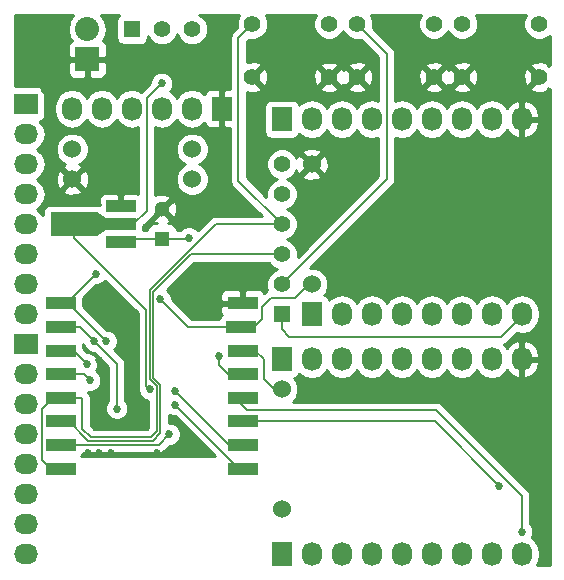
<source format=gbl>
G04 #@! TF.FileFunction,Copper,L2,Bot,Signal*
%FSLAX46Y46*%
G04 Gerber Fmt 4.6, Leading zero omitted, Abs format (unit mm)*
G04 Created by KiCad (PCBNEW 4.0.2-stable) date Friday, August 05, 2016 'pmt' 09:57:19 pm*
%MOMM*%
G01*
G04 APERTURE LIST*
%ADD10C,0.100000*%
%ADD11C,1.524000*%
%ADD12R,1.727200X2.032000*%
%ADD13O,1.727200X2.032000*%
%ADD14R,1.300000X1.300000*%
%ADD15C,1.300000*%
%ADD16R,2.032000X1.727200*%
%ADD17O,2.032000X1.727200*%
%ADD18R,2.032000X2.032000*%
%ADD19O,2.032000X2.032000*%
%ADD20R,1.397000X1.397000*%
%ADD21C,1.397000*%
%ADD22R,2.501900X1.000760*%
%ADD23R,4.000500X1.998980*%
%ADD24R,2.500000X1.100000*%
%ADD25C,0.685800*%
%ADD26C,0.152400*%
%ADD27C,0.254000*%
G04 APERTURE END LIST*
D10*
D11*
X23520400Y-29146500D03*
X33680400Y-29146500D03*
D12*
X36195000Y-23177500D03*
D13*
X33655000Y-23177500D03*
X31115000Y-23177500D03*
X28575000Y-23177500D03*
X26035000Y-23177500D03*
X23495000Y-23177500D03*
D11*
X43815000Y-38036500D03*
X43815000Y-27876500D03*
D14*
X31115000Y-34186500D03*
D15*
X31115000Y-31686500D03*
D16*
X19583400Y-22796500D03*
D17*
X19583400Y-25336500D03*
X19583400Y-27876500D03*
X19583400Y-30416500D03*
X19583400Y-32956500D03*
X19583400Y-35496500D03*
X19583400Y-38036500D03*
X19583400Y-40576500D03*
D16*
X19583400Y-43116500D03*
D17*
X19583400Y-45656500D03*
X19583400Y-48196500D03*
X19583400Y-50736500D03*
X19583400Y-53276500D03*
X19583400Y-55816500D03*
X19583400Y-58356500D03*
X19583400Y-60896500D03*
D18*
X24790400Y-18986500D03*
D19*
X24790400Y-16446500D03*
D12*
X41275000Y-24066500D03*
D13*
X43815000Y-24066500D03*
X46355000Y-24066500D03*
X48895000Y-24066500D03*
X51435000Y-24066500D03*
X53975000Y-24066500D03*
X56515000Y-24066500D03*
X59055000Y-24066500D03*
X61595000Y-24066500D03*
D12*
X43815000Y-40576500D03*
D13*
X46355000Y-40576500D03*
X48895000Y-40576500D03*
X51435000Y-40576500D03*
X53975000Y-40576500D03*
X56515000Y-40576500D03*
X59055000Y-40576500D03*
X61595000Y-40576500D03*
D12*
X41275000Y-44386500D03*
D13*
X43815000Y-44386500D03*
X46355000Y-44386500D03*
X48895000Y-44386500D03*
X51435000Y-44386500D03*
X53975000Y-44386500D03*
X56515000Y-44386500D03*
X59055000Y-44386500D03*
X61595000Y-44386500D03*
D12*
X41275000Y-60896500D03*
D13*
X43815000Y-60896500D03*
X46355000Y-60896500D03*
X48895000Y-60896500D03*
X51435000Y-60896500D03*
X53975000Y-60896500D03*
X56515000Y-60896500D03*
X59055000Y-60896500D03*
X61595000Y-60896500D03*
D11*
X41275000Y-46926500D03*
X41275000Y-57086500D03*
X23520400Y-26606500D03*
X33680400Y-26606500D03*
D20*
X41275000Y-40576500D03*
D21*
X41275000Y-38036500D03*
X41275000Y-35496500D03*
X41275000Y-32956500D03*
X41275000Y-30416500D03*
X41275000Y-27876500D03*
D20*
X28600400Y-16446500D03*
D21*
X31140400Y-16446500D03*
X33680400Y-16446500D03*
D22*
X27637740Y-31455360D03*
X27637740Y-32956500D03*
X27637740Y-34457640D03*
D23*
X23685500Y-32956500D03*
D10*
G36*
X26409650Y-33456880D02*
X25660350Y-33957260D01*
X25660350Y-31955740D01*
X26409650Y-32456120D01*
X26409650Y-33456880D01*
X26409650Y-33456880D01*
G37*
D24*
X22541000Y-53657500D03*
X22541000Y-51657500D03*
X22541000Y-49657500D03*
X22541000Y-47657500D03*
X22541000Y-45657500D03*
X22541000Y-43657500D03*
X22541000Y-41657500D03*
X22541000Y-39657500D03*
X37941000Y-39657500D03*
X37841000Y-41657500D03*
X37941000Y-43657500D03*
X37941000Y-45657500D03*
X37941000Y-47657500D03*
X37941000Y-49657500D03*
X37941000Y-51657500D03*
X37941000Y-53657500D03*
D21*
X54165500Y-16010500D03*
X54165500Y-20510500D03*
X47665500Y-16010500D03*
X47665500Y-20510500D03*
X63055500Y-16010500D03*
X63055500Y-20510500D03*
X56555500Y-16010500D03*
X56555500Y-20510500D03*
X45275500Y-16010500D03*
X45275500Y-20510500D03*
X38775500Y-16010500D03*
X38775500Y-20510500D03*
D25*
X56896004Y-49911000D03*
X25019000Y-30861000D03*
X27051000Y-29591000D03*
X25527000Y-26543000D03*
X25527010Y-29591000D03*
X28575002Y-29591000D03*
X30734000Y-52324000D03*
X24892000Y-52324000D03*
X25781000Y-52324000D03*
X26797000Y-52324000D03*
X62103000Y-52451000D03*
X61087000Y-51181000D03*
X59817000Y-52451000D03*
X61341000Y-53848000D03*
X62103000Y-50038000D03*
X60325000Y-50038000D03*
X55372002Y-21971000D03*
X60325002Y-22225000D03*
X61849000Y-21844000D03*
X59563000Y-20447000D03*
X44958000Y-36322000D03*
X44196000Y-30734000D03*
X45847000Y-31623000D03*
X44323000Y-33147000D03*
X42799000Y-34163000D03*
X42799000Y-31623000D03*
X42799000Y-29337000D03*
X39624000Y-25908000D03*
X39624000Y-27686000D03*
X39624000Y-22225000D03*
X38735000Y-23114000D03*
X39624000Y-29591000D03*
X38734998Y-24765000D03*
X38734998Y-26797000D03*
X38734996Y-28575000D03*
X41275000Y-26162000D03*
X45085000Y-22225000D03*
X47625000Y-22352000D03*
X40767000Y-18923000D03*
X41021000Y-20447000D03*
X45974000Y-17907000D03*
X39243000Y-18415004D03*
X35560000Y-17780000D03*
X36576000Y-16509998D03*
X35560000Y-19812000D03*
X35306000Y-15748000D03*
X36449000Y-18796000D03*
X36449000Y-21082000D03*
X26797000Y-20066000D03*
X26797000Y-17653000D03*
X26797000Y-18923000D03*
X21717000Y-22478994D03*
X24384000Y-21209000D03*
X22733000Y-20701000D03*
X19176996Y-20701000D03*
X20955000Y-15748000D03*
X20955000Y-20701000D03*
X20955000Y-18923000D03*
X20955000Y-17399000D03*
X35560000Y-31877000D03*
X36830000Y-30988000D03*
X35433000Y-30226000D03*
X36449004Y-29083000D03*
X36195000Y-25527000D03*
X32385000Y-25019008D03*
X34671000Y-25019000D03*
X35179000Y-27940000D03*
X34036000Y-31115000D03*
X34036000Y-32766000D03*
X38100000Y-31750000D03*
X36449000Y-27051000D03*
X30988000Y-29845000D03*
X27432000Y-26542998D03*
X25019000Y-27940000D03*
X26670000Y-27940000D03*
X28575000Y-27940000D03*
X26162000Y-25273000D03*
X57785000Y-50799988D03*
X57912010Y-49911000D03*
X39497000Y-36576000D03*
X38481000Y-36576000D03*
X37465000Y-36576000D03*
X28702000Y-41783000D03*
X27559000Y-41910000D03*
X26416000Y-41529000D03*
X27051000Y-40512998D03*
X26416000Y-45339000D03*
X25400000Y-49022000D03*
X25400000Y-47879000D03*
X25908000Y-49911002D03*
X31750000Y-52324000D03*
X46482000Y-30226000D03*
X45212000Y-29210000D03*
X41275000Y-21844000D03*
X46482000Y-21844000D03*
X43307000Y-20701000D03*
X48895000Y-19304000D03*
X46482004Y-19304000D03*
X43560999Y-15621001D03*
X40259000Y-17399000D03*
X53086000Y-17653000D03*
X50292000Y-16891000D03*
X51435000Y-18288000D03*
X58420004Y-17145000D03*
X56515000Y-18160996D03*
X59944004Y-18161000D03*
X61341000Y-17145008D03*
X55372000Y-19177000D03*
X58039000Y-19177000D03*
X57784998Y-22225000D03*
X59944000Y-15748000D03*
X61340996Y-15748000D03*
X61595000Y-19177000D03*
X60325000Y-25781000D03*
X63500000Y-25781000D03*
X63500000Y-29718000D03*
X25781000Y-44450000D03*
X60579000Y-33147000D03*
X60579000Y-31369000D03*
X42291000Y-19304000D03*
X42164000Y-17399000D03*
X61341004Y-42545000D03*
X42672000Y-26669998D03*
X22733000Y-17399000D03*
X22733000Y-18923000D03*
X19177004Y-17399000D03*
X61722000Y-29718000D03*
X53721000Y-22098000D03*
X63500000Y-31369000D03*
X63500000Y-33147000D03*
X63500000Y-34925000D03*
X61722000Y-34925000D03*
X59690000Y-34925000D03*
X57785000Y-34925000D03*
X57785000Y-33147000D03*
X57785000Y-31369000D03*
X59309000Y-29718000D03*
X61595000Y-25781000D03*
X63500000Y-24003000D03*
X63500000Y-22225000D03*
X63500000Y-18796000D03*
X63500000Y-17653000D03*
X58420000Y-15748000D03*
X52324000Y-15748006D03*
X50927004Y-15748000D03*
X49403000Y-15748000D03*
X51435000Y-20066000D03*
X51435000Y-21971000D03*
X44450000Y-18796000D03*
X42926000Y-22098000D03*
X49022000Y-21844000D03*
X40640000Y-15621000D03*
X42164000Y-15621000D03*
X43942000Y-17399000D03*
X47879000Y-17907000D03*
X22733002Y-15748000D03*
X19177000Y-18923000D03*
X19177000Y-15748000D03*
X48006000Y-29718000D03*
X35052016Y-52324000D03*
X34544000Y-21336000D03*
X31750000Y-50736500D03*
X33401000Y-34099500D03*
X25527000Y-37147500D03*
X26416016Y-42862500D03*
X32258000Y-47117000D03*
X32258004Y-48260000D03*
X30099000Y-46926500D03*
X31115000Y-21018500D03*
X30988008Y-39306500D03*
X35941000Y-44132500D03*
X25400002Y-42862500D03*
X27305000Y-48577508D03*
X24765002Y-44767500D03*
X25019000Y-46164500D03*
X59690000Y-55118000D03*
X61595000Y-58991500D03*
D26*
X26289000Y-29591000D02*
X25019000Y-30861000D01*
X27051000Y-29591000D02*
X26289000Y-29591000D01*
X25527000Y-26797000D02*
X25527000Y-26543000D01*
X25438101Y-26885899D02*
X25527000Y-26797000D01*
X25019000Y-29082990D02*
X25527010Y-29591000D01*
X25400000Y-29718010D02*
X25527010Y-29591000D01*
X25400000Y-29845000D02*
X25400000Y-29718010D01*
X25019000Y-27940000D02*
X25019000Y-29082990D01*
X28130500Y-29400500D02*
X28130500Y-29504433D01*
X28130500Y-29504433D02*
X28217067Y-29591000D01*
X27637740Y-30528262D02*
X28575002Y-29591000D01*
X28217067Y-29591000D02*
X28575002Y-29591000D01*
X27637740Y-31455360D02*
X27637740Y-30528262D01*
X28702000Y-29717998D02*
X28575002Y-29591000D01*
X28702000Y-29972000D02*
X28702000Y-29717998D01*
X28575000Y-29590998D02*
X28575002Y-29591000D01*
X28575000Y-27940000D02*
X28575000Y-29590998D01*
X24892000Y-52324000D02*
X25781000Y-52324000D01*
X26797000Y-52324000D02*
X25781000Y-52324000D01*
X62103000Y-50038000D02*
X62103000Y-52451000D01*
X61341000Y-51435000D02*
X61087000Y-51181000D01*
X61341000Y-53848000D02*
X61341000Y-51435000D01*
X57785000Y-50799988D02*
X59436012Y-52451000D01*
X59436012Y-52451000D02*
X59817000Y-52451000D01*
X59690000Y-52324000D02*
X59817000Y-52451000D01*
X59690000Y-51966067D02*
X59690000Y-52324000D01*
X59690000Y-51688990D02*
X59690000Y-51966067D01*
X59690000Y-50673000D02*
X59690000Y-51966067D01*
X60325000Y-50038000D02*
X59690000Y-50673000D01*
X57912010Y-49911000D02*
X59690000Y-51688990D01*
X55245002Y-22098000D02*
X55372002Y-21971000D01*
X53721000Y-22098000D02*
X55245002Y-22098000D01*
X57784998Y-22225000D02*
X60325002Y-22225000D01*
X61087000Y-20955000D02*
X61087000Y-21082000D01*
X61087000Y-21082000D02*
X61849000Y-21844000D01*
X61595000Y-21590000D02*
X61849000Y-21844000D01*
X61595000Y-19177000D02*
X61595000Y-21590000D01*
X59944004Y-20065996D02*
X59563000Y-20447000D01*
X59944004Y-18161000D02*
X59944004Y-20065996D01*
X44958000Y-36322000D02*
X46355000Y-34925000D01*
X46355000Y-34925000D02*
X57785000Y-34925000D01*
X45847000Y-31623000D02*
X45085000Y-31623000D01*
X45085000Y-31623000D02*
X44196000Y-30734000D01*
X42799000Y-34163000D02*
X43307000Y-34163000D01*
X43307000Y-34163000D02*
X44323000Y-33147000D01*
X42799000Y-29337000D02*
X42799000Y-31623000D01*
X39624000Y-25273000D02*
X39624000Y-25908000D01*
X39370000Y-25019000D02*
X39624000Y-25273000D01*
X39624000Y-27328067D02*
X39624000Y-27686000D01*
X39624000Y-22225002D02*
X39624000Y-22225000D01*
X39408101Y-22440901D02*
X39624000Y-22225002D01*
X39092933Y-22756067D02*
X38735000Y-23114000D01*
X39092933Y-22606000D02*
X39092933Y-22756067D01*
X39624000Y-29464004D02*
X39624000Y-29591000D01*
X38734996Y-28575000D02*
X39624000Y-29464004D01*
X38734998Y-26797000D02*
X38734998Y-24765000D01*
X42164002Y-26162000D02*
X41275000Y-26162000D01*
X42672000Y-26669998D02*
X42164002Y-26162000D01*
X45466000Y-21844000D02*
X45085000Y-22225000D01*
X46482000Y-21844000D02*
X45466000Y-21844000D01*
X48514000Y-22352000D02*
X47625000Y-22352000D01*
X49022000Y-21844000D02*
X48514000Y-22352000D01*
X41021000Y-19177000D02*
X40767000Y-18923000D01*
X41021000Y-20447000D02*
X41021000Y-19177000D01*
X45466000Y-17399000D02*
X45974000Y-17907000D01*
X43942000Y-17399000D02*
X45466000Y-17399000D01*
X38862004Y-18796000D02*
X39243000Y-18415004D01*
X38862000Y-18796000D02*
X38862004Y-18796000D01*
X35560000Y-19812000D02*
X35560000Y-17780000D01*
X36067998Y-16509998D02*
X36576000Y-16509998D01*
X35306000Y-15748000D02*
X36067998Y-16509998D01*
X36449000Y-18796000D02*
X36449000Y-16637000D01*
X34544000Y-21336000D02*
X36195000Y-21336000D01*
X36195000Y-21336000D02*
X36449000Y-21082000D01*
X26797000Y-17653000D02*
X26797000Y-20066000D01*
X24790400Y-18986500D02*
X26733500Y-18986500D01*
X26733500Y-18986500D02*
X26797000Y-18923000D01*
X22986994Y-21209000D02*
X21717000Y-22478994D01*
X23899067Y-21209000D02*
X22986994Y-21209000D01*
X23368000Y-21209000D02*
X23899067Y-21209000D01*
X23241000Y-21082000D02*
X23368000Y-21209000D01*
X23899067Y-21209000D02*
X24384000Y-21209000D01*
X20955000Y-18923000D02*
X22733000Y-20701000D01*
X19177000Y-20700996D02*
X19176996Y-20701000D01*
X19177000Y-18923000D02*
X19177000Y-20700996D01*
X22733002Y-15748000D02*
X20955000Y-15748000D01*
X20955000Y-21717000D02*
X20955000Y-20701000D01*
X21590000Y-22352000D02*
X20955000Y-21717000D01*
X19177004Y-17399000D02*
X20955000Y-17399000D01*
X34671000Y-32766000D02*
X35560000Y-31877000D01*
X34036000Y-32766000D02*
X34671000Y-32766000D01*
X37338000Y-30988000D02*
X36830000Y-30988000D01*
X38100000Y-31750000D02*
X37338000Y-30988000D01*
X34036000Y-31115000D02*
X34925000Y-30226000D01*
X34925000Y-30226000D02*
X35433000Y-30226000D01*
X36449000Y-29082996D02*
X36449004Y-29083000D01*
X36449000Y-27051000D02*
X36449000Y-29082996D01*
X35710067Y-25527000D02*
X36195000Y-25527000D01*
X35560000Y-25273004D02*
X35560000Y-25376933D01*
X35560000Y-25376933D02*
X35710067Y-25527000D01*
X32385008Y-25019000D02*
X32385000Y-25019008D01*
X34671000Y-25019000D02*
X32385008Y-25019000D01*
X36449000Y-26797000D02*
X34671000Y-25019000D01*
X36449000Y-27305000D02*
X36449000Y-26797000D01*
X35179000Y-27940000D02*
X36195000Y-26924000D01*
X36195000Y-26924000D02*
X36195000Y-23177500D01*
X25019000Y-27940000D02*
X25019000Y-27305000D01*
X25400000Y-26924000D02*
X25438101Y-26885899D01*
X25019000Y-27305000D02*
X25438101Y-26885899D01*
X25400000Y-27940000D02*
X25400000Y-26924000D01*
X26504901Y-25615899D02*
X27432000Y-26542998D01*
X26162000Y-25273000D02*
X26504901Y-25615899D01*
X27637740Y-28907740D02*
X26670000Y-27940000D01*
X27637740Y-31455360D02*
X27637740Y-28907740D01*
X61595000Y-46228010D02*
X57912010Y-49911000D01*
X61595000Y-44386500D02*
X61595000Y-46228010D01*
X38481000Y-36576000D02*
X39497000Y-36576000D01*
X35687000Y-39624000D02*
X35687000Y-38354000D01*
X35687000Y-38354000D02*
X37465000Y-36576000D01*
X35720500Y-39657500D02*
X35687000Y-39624000D01*
X37241000Y-39657500D02*
X35720500Y-39657500D01*
X28702000Y-41910000D02*
X28702000Y-41783000D01*
X28702000Y-41910000D02*
X27559000Y-41910000D01*
X26670000Y-41529000D02*
X26416000Y-41529000D01*
X25400000Y-48768000D02*
X25400000Y-49022000D01*
X25400000Y-47879000D02*
X25400000Y-48768000D01*
X25907998Y-49911000D02*
X25908000Y-49911002D01*
X25527000Y-49911000D02*
X25907998Y-49911000D01*
X35052016Y-52324000D02*
X31750000Y-52324000D01*
X45847000Y-30226000D02*
X46482000Y-30226000D01*
X46139101Y-30568899D02*
X46482000Y-30226000D01*
X44704000Y-29718000D02*
X45212000Y-29210000D01*
X44323000Y-29718000D02*
X44704000Y-29718000D01*
X48006000Y-29718000D02*
X45720000Y-29718000D01*
X45720000Y-29718000D02*
X45212000Y-29210000D01*
X45148500Y-29210000D02*
X45212000Y-29210000D01*
X43815000Y-27876500D02*
X45148500Y-29210000D01*
X39370000Y-22479000D02*
X39243000Y-22606000D01*
X39243002Y-22606000D02*
X39092933Y-22606000D01*
X39243000Y-22606000D02*
X39092933Y-22606000D01*
X39408101Y-22440901D02*
X39243002Y-22606000D01*
X39370000Y-22479000D02*
X39408101Y-22440901D01*
X39624000Y-27178004D02*
X39624000Y-27328067D01*
X39751000Y-27305000D02*
X39647067Y-27305000D01*
X39647067Y-27305000D02*
X39624000Y-27328067D01*
X39370000Y-26924004D02*
X39624000Y-27178004D01*
X39497000Y-22352000D02*
X39370000Y-22479000D01*
X42164000Y-21844000D02*
X41275000Y-21844000D01*
X43307000Y-20701000D02*
X42164000Y-21844000D01*
X42418000Y-20701000D02*
X41275000Y-21844000D01*
X43307000Y-20701000D02*
X42418000Y-20701000D01*
X48895000Y-18923000D02*
X48895000Y-19304000D01*
X47879000Y-17907000D02*
X48895000Y-18923000D01*
X44958000Y-19304000D02*
X46482004Y-19304000D01*
X44450000Y-18796000D02*
X44958000Y-19304000D01*
X43076066Y-15621001D02*
X43560999Y-15621001D01*
X42164000Y-15621000D02*
X43076066Y-15621001D01*
X40640000Y-17018000D02*
X40259000Y-17399000D01*
X40640000Y-15621000D02*
X40640000Y-17018000D01*
X52324000Y-16891000D02*
X53086000Y-17653000D01*
X52324000Y-15748006D02*
X52324000Y-16891000D01*
X50292000Y-17145000D02*
X50292000Y-16891000D01*
X51435000Y-18288000D02*
X50292000Y-17145000D01*
X57530996Y-17145000D02*
X58420004Y-17145000D01*
X56515000Y-18160996D02*
X57530996Y-17145000D01*
X60071000Y-18161000D02*
X59944004Y-18161000D01*
X61340996Y-17145004D02*
X61341000Y-17145008D01*
X61340996Y-15748000D02*
X61340996Y-17145004D01*
X55372000Y-19304000D02*
X55372000Y-19177000D01*
X54165500Y-20510500D02*
X55372000Y-19304000D01*
X58420000Y-15748000D02*
X59944000Y-15748000D01*
X61722000Y-27178000D02*
X60325000Y-25781000D01*
X61722000Y-29718000D02*
X61722000Y-27178000D01*
X61595000Y-25781000D02*
X63500000Y-25781000D01*
X63500000Y-31369000D02*
X63500000Y-29718000D01*
X28067000Y-41910000D02*
X28702000Y-41910000D01*
X25654000Y-49784000D02*
X25527000Y-49911000D01*
X26011933Y-49911000D02*
X25527000Y-49911000D01*
X25654000Y-49426067D02*
X25654000Y-49784000D01*
X26035000Y-50038000D02*
X26035000Y-49934067D01*
X26035000Y-49934067D02*
X26011933Y-49911000D01*
X60579000Y-31369000D02*
X60579000Y-33147000D01*
X42164000Y-17399000D02*
X42164000Y-19177000D01*
X42164000Y-19177000D02*
X42291000Y-19304000D01*
X61595000Y-42798996D02*
X61341004Y-42545000D01*
X61595000Y-44386500D02*
X61595000Y-42798996D01*
X39370000Y-22479000D02*
X39370000Y-23875992D01*
X22733000Y-18923000D02*
X22733000Y-17399000D01*
X19177000Y-17398996D02*
X19177004Y-17399000D01*
X19177000Y-15748000D02*
X19177000Y-17398996D01*
X25654000Y-49426067D02*
X26035000Y-49045067D01*
X26035000Y-49045067D02*
X26035000Y-48260000D01*
X26035000Y-48260000D02*
X26543000Y-47752000D01*
X26543000Y-47752000D02*
X26543000Y-45211994D01*
X25654000Y-49022000D02*
X25654000Y-49426067D01*
X25400000Y-48768000D02*
X25654000Y-49022000D01*
X63500000Y-34925000D02*
X63500000Y-33147000D01*
X59690000Y-34925000D02*
X61722000Y-34925000D01*
X57785000Y-33147000D02*
X57785000Y-34925000D01*
X59309000Y-29718000D02*
X57785000Y-31242000D01*
X57785000Y-31242000D02*
X57785000Y-31369000D01*
X63500000Y-22225000D02*
X63500000Y-24003000D01*
X63500000Y-17653000D02*
X63500000Y-18796000D01*
X53213000Y-18137931D02*
X53213000Y-17652998D01*
X52959000Y-18391933D02*
X53213000Y-18137931D01*
X52982067Y-18415000D02*
X52959000Y-18391933D01*
X53086000Y-18415000D02*
X52982067Y-18415000D01*
X54165500Y-20510500D02*
X52959000Y-19304000D01*
X52959000Y-19304000D02*
X52959000Y-18391933D01*
X49403000Y-15748000D02*
X50927004Y-15748000D01*
X51435000Y-21971000D02*
X51435000Y-20066000D01*
X44069000Y-21844000D02*
X43180000Y-21844000D01*
X43180000Y-21844000D02*
X42926000Y-22098000D01*
X42545000Y-26035000D02*
X42545000Y-26606500D01*
X42545000Y-26606500D02*
X43815000Y-27876500D01*
X34544000Y-21336000D02*
X34544000Y-20955000D01*
X34544000Y-20955000D02*
X34925000Y-20574000D01*
X30829000Y-51657500D02*
X31750000Y-50736500D01*
X23241000Y-51657500D02*
X30829000Y-51657500D01*
X41275000Y-40576500D02*
X41275000Y-41846500D01*
X41275000Y-41846500D02*
X41910000Y-42481500D01*
X41910000Y-42481500D02*
X59842400Y-42481500D01*
X59842400Y-42481500D02*
X61595000Y-40728900D01*
X61595000Y-40728900D02*
X61595000Y-40576500D01*
X27637740Y-34457640D02*
X27200860Y-34457640D01*
X28575000Y-34226500D02*
X28575000Y-34226480D01*
X31115000Y-34186500D02*
X27908880Y-34186500D01*
X33314000Y-34186500D02*
X33401000Y-34099500D01*
X31115000Y-34186500D02*
X33314000Y-34186500D01*
X23241000Y-39657500D02*
X23241000Y-39433500D01*
X23241000Y-39433500D02*
X25527000Y-37147500D01*
X23241000Y-39687484D02*
X26416016Y-42862500D01*
X23241000Y-39657500D02*
X23241000Y-39687484D01*
X27908880Y-34186500D02*
X27637740Y-34457640D01*
X36798500Y-51657500D02*
X32258000Y-47117000D01*
X37241000Y-51657500D02*
X36798500Y-51657500D01*
X37241000Y-53242996D02*
X32258004Y-48260000D01*
X37241000Y-53657500D02*
X37241000Y-53242996D01*
X29794189Y-46621689D02*
X30099000Y-46926500D01*
X23685500Y-32956500D02*
X23685500Y-34108390D01*
X29794189Y-40217079D02*
X29794189Y-46621689D01*
X23685500Y-34108390D02*
X29794189Y-40217079D01*
X29845000Y-31813500D02*
X28702000Y-32956500D01*
X28702000Y-32956500D02*
X27637740Y-32956500D01*
X29845000Y-22288500D02*
X29845000Y-31813500D01*
X31115000Y-21018500D02*
X29845000Y-22288500D01*
X27637740Y-32956500D02*
X26035000Y-32956500D01*
X23685500Y-32956500D02*
X26035000Y-32956500D01*
X37241000Y-41657500D02*
X38924000Y-41657500D01*
X43561000Y-38036500D02*
X43815000Y-38036500D01*
X38924000Y-41657500D02*
X39624000Y-40957500D01*
X39624000Y-40957500D02*
X39624000Y-39941500D01*
X40386000Y-39179500D02*
X42418000Y-39179500D01*
X39624000Y-39941500D02*
X40386000Y-39179500D01*
X42418000Y-39179500D02*
X43561000Y-38036500D01*
X33339008Y-41657500D02*
X30988008Y-39306500D01*
X37241000Y-41657500D02*
X33339008Y-41657500D01*
X37241000Y-43657500D02*
X39022000Y-43657500D01*
X39022000Y-43657500D02*
X39751000Y-44386500D01*
X39751000Y-44386500D02*
X39751000Y-46037500D01*
X39751000Y-46037500D02*
X40640000Y-46926500D01*
X40640000Y-46926500D02*
X41275000Y-46926500D01*
X37241000Y-45657500D02*
X36704000Y-45657500D01*
X35941000Y-44894500D02*
X35941000Y-44132500D01*
X36704000Y-45657500D02*
X35941000Y-44894500D01*
X41275000Y-38036500D02*
X50165000Y-29146500D01*
X50165000Y-29146500D02*
X50165000Y-18510000D01*
X50165000Y-18510000D02*
X47665500Y-16010500D01*
X41275000Y-35496500D02*
X33571182Y-35496500D01*
X33571182Y-35496500D02*
X30403811Y-38663871D01*
X30403811Y-38663871D02*
X30403811Y-45961311D01*
X30403811Y-45961311D02*
X30988000Y-46545500D01*
X30988000Y-46545500D02*
X30988000Y-50673000D01*
X30988000Y-50673000D02*
X30353000Y-51308000D01*
X30353000Y-51308000D02*
X24891500Y-51308000D01*
X24891500Y-51308000D02*
X23241000Y-49657500D01*
X23241000Y-47657500D02*
X24384000Y-47657500D01*
X30099000Y-38537615D02*
X35680115Y-32956500D01*
X24384000Y-47657500D02*
X24384000Y-50292000D01*
X24384000Y-50292000D02*
X25082500Y-50990500D01*
X25082500Y-50990500D02*
X30162500Y-50990500D01*
X30162500Y-50990500D02*
X30670501Y-50482499D01*
X30099000Y-46087567D02*
X30099000Y-38537615D01*
X30670501Y-50482499D02*
X30670501Y-46659067D01*
X30670501Y-46659067D02*
X30099000Y-46087567D01*
X35680115Y-32956500D02*
X41275000Y-32956500D01*
X23241000Y-53657500D02*
X21661418Y-53657500D01*
X21661418Y-53657500D02*
X20955000Y-52951082D01*
X20955000Y-48577500D02*
X21875000Y-47657500D01*
X20955000Y-52951082D02*
X20955000Y-48577500D01*
X21875000Y-47657500D02*
X23241000Y-47657500D01*
X38775500Y-16010500D02*
X37592000Y-17194000D01*
X37592000Y-17194000D02*
X37592000Y-29273500D01*
X37592000Y-29273500D02*
X41275000Y-32956500D01*
X27305000Y-48577508D02*
X27305000Y-44767500D01*
X27305000Y-44767500D02*
X25400002Y-42862502D01*
X25400002Y-42862502D02*
X25400002Y-42862500D01*
X24195002Y-41657500D02*
X25400002Y-42862500D01*
X23241000Y-41657500D02*
X24195002Y-41657500D01*
X23241000Y-41657500D02*
X23241000Y-41719500D01*
X23655002Y-43657500D02*
X24765002Y-44767500D01*
X23241000Y-43657500D02*
X23655002Y-43657500D01*
X24512000Y-45657500D02*
X25019000Y-46164500D01*
X23241000Y-45657500D02*
X24512000Y-45657500D01*
X54229500Y-49657500D02*
X59690000Y-55118000D01*
X37241000Y-49657500D02*
X54229500Y-49657500D01*
X54312822Y-48704500D02*
X38288000Y-48704500D01*
X61595000Y-55986678D02*
X54312822Y-48704500D01*
X61595000Y-58991500D02*
X61595000Y-55986678D01*
X38288000Y-48704500D02*
X37241000Y-47657500D01*
D27*
G36*
X53035673Y-15254147D02*
X52832232Y-15744087D01*
X52831769Y-16274586D01*
X53034354Y-16764880D01*
X53409147Y-17140327D01*
X53899087Y-17343768D01*
X54429586Y-17344231D01*
X54919880Y-17141646D01*
X55295327Y-16766853D01*
X55360408Y-16610120D01*
X55424354Y-16764880D01*
X55799147Y-17140327D01*
X56289087Y-17343768D01*
X56819586Y-17344231D01*
X57309880Y-17141646D01*
X57685327Y-16766853D01*
X57888768Y-16276913D01*
X57889231Y-15746414D01*
X57686646Y-15256120D01*
X57675545Y-15245000D01*
X61934836Y-15245000D01*
X61925673Y-15254147D01*
X61722232Y-15744087D01*
X61721769Y-16274586D01*
X61924354Y-16764880D01*
X62299147Y-17140327D01*
X62789087Y-17343768D01*
X63319586Y-17344231D01*
X63809880Y-17141646D01*
X63939500Y-17012252D01*
X63939500Y-19475218D01*
X63925337Y-19461055D01*
X63810082Y-19576310D01*
X63748429Y-19340700D01*
X63248020Y-19164573D01*
X62718301Y-19193352D01*
X62362571Y-19340700D01*
X62300917Y-19576312D01*
X63055500Y-20330895D01*
X63069643Y-20316753D01*
X63249248Y-20496358D01*
X63235105Y-20510500D01*
X63249248Y-20524643D01*
X63069643Y-20704248D01*
X63055500Y-20690105D01*
X62300917Y-21444688D01*
X62362571Y-21680300D01*
X62862980Y-21856427D01*
X63392699Y-21827648D01*
X63748429Y-21680300D01*
X63810082Y-21444690D01*
X63925337Y-21559945D01*
X63939500Y-21545782D01*
X63939500Y-61780500D01*
X62895492Y-61780500D01*
X62979526Y-61654734D01*
X63093600Y-61081245D01*
X63093600Y-60711755D01*
X62979526Y-60138266D01*
X62654670Y-59652085D01*
X62439308Y-59508185D01*
X62572730Y-59186870D01*
X62573069Y-58797837D01*
X62424507Y-58438288D01*
X62306200Y-58319774D01*
X62306200Y-55986678D01*
X62252063Y-55714514D01*
X62252063Y-55714513D01*
X62097894Y-55483784D01*
X54815716Y-48201606D01*
X54584987Y-48047437D01*
X54312822Y-47993300D01*
X42183720Y-47993300D01*
X42458629Y-47718870D01*
X42671757Y-47205600D01*
X42672242Y-46649839D01*
X42460010Y-46136197D01*
X42336694Y-46012666D01*
X42373917Y-46005662D01*
X42590041Y-45866590D01*
X42735031Y-45654390D01*
X42743400Y-45613061D01*
X42755330Y-45630915D01*
X43241511Y-45955771D01*
X43815000Y-46069845D01*
X44388489Y-45955771D01*
X44874670Y-45630915D01*
X45085000Y-45316134D01*
X45295330Y-45630915D01*
X45781511Y-45955771D01*
X46355000Y-46069845D01*
X46928489Y-45955771D01*
X47414670Y-45630915D01*
X47625000Y-45316134D01*
X47835330Y-45630915D01*
X48321511Y-45955771D01*
X48895000Y-46069845D01*
X49468489Y-45955771D01*
X49954670Y-45630915D01*
X50165000Y-45316134D01*
X50375330Y-45630915D01*
X50861511Y-45955771D01*
X51435000Y-46069845D01*
X52008489Y-45955771D01*
X52494670Y-45630915D01*
X52705000Y-45316134D01*
X52915330Y-45630915D01*
X53401511Y-45955771D01*
X53975000Y-46069845D01*
X54548489Y-45955771D01*
X55034670Y-45630915D01*
X55245000Y-45316134D01*
X55455330Y-45630915D01*
X55941511Y-45955771D01*
X56515000Y-46069845D01*
X57088489Y-45955771D01*
X57574670Y-45630915D01*
X57785000Y-45316134D01*
X57995330Y-45630915D01*
X58481511Y-45955771D01*
X59055000Y-46069845D01*
X59628489Y-45955771D01*
X60114670Y-45630915D01*
X60321461Y-45321431D01*
X60692964Y-45737232D01*
X61220209Y-45991209D01*
X61235974Y-45993858D01*
X61468000Y-45872717D01*
X61468000Y-44513500D01*
X61722000Y-44513500D01*
X61722000Y-45872717D01*
X61954026Y-45993858D01*
X61969791Y-45991209D01*
X62497036Y-45737232D01*
X62886954Y-45300820D01*
X63080184Y-44748413D01*
X62935924Y-44513500D01*
X61722000Y-44513500D01*
X61468000Y-44513500D01*
X61448000Y-44513500D01*
X61448000Y-44259500D01*
X61468000Y-44259500D01*
X61468000Y-42900283D01*
X61722000Y-42900283D01*
X61722000Y-44259500D01*
X62935924Y-44259500D01*
X63080184Y-44024587D01*
X62886954Y-43472180D01*
X62497036Y-43035768D01*
X61969791Y-42781791D01*
X61954026Y-42779142D01*
X61722000Y-42900283D01*
X61468000Y-42900283D01*
X61235974Y-42779142D01*
X61220209Y-42781791D01*
X60692964Y-43035768D01*
X60321461Y-43451569D01*
X60114670Y-43142085D01*
X60110584Y-43139355D01*
X60114565Y-43138563D01*
X60345294Y-42984394D01*
X61156973Y-42172716D01*
X61595000Y-42259845D01*
X62168489Y-42145771D01*
X62654670Y-41820915D01*
X62979526Y-41334734D01*
X63093600Y-40761245D01*
X63093600Y-40391755D01*
X62979526Y-39818266D01*
X62654670Y-39332085D01*
X62168489Y-39007229D01*
X61595000Y-38893155D01*
X61021511Y-39007229D01*
X60535330Y-39332085D01*
X60325000Y-39646866D01*
X60114670Y-39332085D01*
X59628489Y-39007229D01*
X59055000Y-38893155D01*
X58481511Y-39007229D01*
X57995330Y-39332085D01*
X57785000Y-39646866D01*
X57574670Y-39332085D01*
X57088489Y-39007229D01*
X56515000Y-38893155D01*
X55941511Y-39007229D01*
X55455330Y-39332085D01*
X55245000Y-39646866D01*
X55034670Y-39332085D01*
X54548489Y-39007229D01*
X53975000Y-38893155D01*
X53401511Y-39007229D01*
X52915330Y-39332085D01*
X52705000Y-39646866D01*
X52494670Y-39332085D01*
X52008489Y-39007229D01*
X51435000Y-38893155D01*
X50861511Y-39007229D01*
X50375330Y-39332085D01*
X50165000Y-39646866D01*
X49954670Y-39332085D01*
X49468489Y-39007229D01*
X48895000Y-38893155D01*
X48321511Y-39007229D01*
X47835330Y-39332085D01*
X47625000Y-39646866D01*
X47414670Y-39332085D01*
X46928489Y-39007229D01*
X46355000Y-38893155D01*
X45781511Y-39007229D01*
X45295330Y-39332085D01*
X45285757Y-39346413D01*
X45281762Y-39325183D01*
X45142690Y-39109059D01*
X44930490Y-38964069D01*
X44874543Y-38952739D01*
X44998629Y-38828870D01*
X45211757Y-38315600D01*
X45212242Y-37759839D01*
X45000010Y-37246197D01*
X44607370Y-36852871D01*
X44094100Y-36639743D01*
X43677908Y-36639380D01*
X50667895Y-29649394D01*
X50822063Y-29418664D01*
X50876200Y-29146500D01*
X50876200Y-25638693D01*
X51435000Y-25749845D01*
X52008489Y-25635771D01*
X52494670Y-25310915D01*
X52705000Y-24996134D01*
X52915330Y-25310915D01*
X53401511Y-25635771D01*
X53975000Y-25749845D01*
X54548489Y-25635771D01*
X55034670Y-25310915D01*
X55245000Y-24996134D01*
X55455330Y-25310915D01*
X55941511Y-25635771D01*
X56515000Y-25749845D01*
X57088489Y-25635771D01*
X57574670Y-25310915D01*
X57785000Y-24996134D01*
X57995330Y-25310915D01*
X58481511Y-25635771D01*
X59055000Y-25749845D01*
X59628489Y-25635771D01*
X60114670Y-25310915D01*
X60321461Y-25001431D01*
X60692964Y-25417232D01*
X61220209Y-25671209D01*
X61235974Y-25673858D01*
X61468000Y-25552717D01*
X61468000Y-24193500D01*
X61722000Y-24193500D01*
X61722000Y-25552717D01*
X61954026Y-25673858D01*
X61969791Y-25671209D01*
X62497036Y-25417232D01*
X62886954Y-24980820D01*
X63080184Y-24428413D01*
X62935924Y-24193500D01*
X61722000Y-24193500D01*
X61468000Y-24193500D01*
X61448000Y-24193500D01*
X61448000Y-23939500D01*
X61468000Y-23939500D01*
X61468000Y-22580283D01*
X61722000Y-22580283D01*
X61722000Y-23939500D01*
X62935924Y-23939500D01*
X63080184Y-23704587D01*
X62886954Y-23152180D01*
X62497036Y-22715768D01*
X61969791Y-22461791D01*
X61954026Y-22459142D01*
X61722000Y-22580283D01*
X61468000Y-22580283D01*
X61235974Y-22459142D01*
X61220209Y-22461791D01*
X60692964Y-22715768D01*
X60321461Y-23131569D01*
X60114670Y-22822085D01*
X59628489Y-22497229D01*
X59055000Y-22383155D01*
X58481511Y-22497229D01*
X57995330Y-22822085D01*
X57785000Y-23136866D01*
X57574670Y-22822085D01*
X57088489Y-22497229D01*
X56515000Y-22383155D01*
X55941511Y-22497229D01*
X55455330Y-22822085D01*
X55245000Y-23136866D01*
X55034670Y-22822085D01*
X54548489Y-22497229D01*
X53975000Y-22383155D01*
X53401511Y-22497229D01*
X52915330Y-22822085D01*
X52705000Y-23136866D01*
X52494670Y-22822085D01*
X52008489Y-22497229D01*
X51435000Y-22383155D01*
X50876200Y-22494307D01*
X50876200Y-21444688D01*
X53410917Y-21444688D01*
X53472571Y-21680300D01*
X53972980Y-21856427D01*
X54502699Y-21827648D01*
X54858429Y-21680300D01*
X54920083Y-21444688D01*
X55800917Y-21444688D01*
X55862571Y-21680300D01*
X56362980Y-21856427D01*
X56892699Y-21827648D01*
X57248429Y-21680300D01*
X57310083Y-21444688D01*
X56555500Y-20690105D01*
X55800917Y-21444688D01*
X54920083Y-21444688D01*
X54165500Y-20690105D01*
X53410917Y-21444688D01*
X50876200Y-21444688D01*
X50876200Y-20317980D01*
X52819573Y-20317980D01*
X52848352Y-20847699D01*
X52995700Y-21203429D01*
X53231312Y-21265083D01*
X53985895Y-20510500D01*
X54345105Y-20510500D01*
X55099688Y-21265083D01*
X55335300Y-21203429D01*
X55358453Y-21137648D01*
X55385700Y-21203429D01*
X55621312Y-21265083D01*
X56375895Y-20510500D01*
X56735105Y-20510500D01*
X57489688Y-21265083D01*
X57725300Y-21203429D01*
X57901427Y-20703020D01*
X57880509Y-20317980D01*
X61709573Y-20317980D01*
X61738352Y-20847699D01*
X61885700Y-21203429D01*
X62121312Y-21265083D01*
X62875895Y-20510500D01*
X62121312Y-19755917D01*
X61885700Y-19817571D01*
X61709573Y-20317980D01*
X57880509Y-20317980D01*
X57872648Y-20173301D01*
X57725300Y-19817571D01*
X57489688Y-19755917D01*
X56735105Y-20510500D01*
X56375895Y-20510500D01*
X55621312Y-19755917D01*
X55385700Y-19817571D01*
X55362547Y-19883352D01*
X55335300Y-19817571D01*
X55099688Y-19755917D01*
X54345105Y-20510500D01*
X53985895Y-20510500D01*
X53231312Y-19755917D01*
X52995700Y-19817571D01*
X52819573Y-20317980D01*
X50876200Y-20317980D01*
X50876200Y-19576312D01*
X53410917Y-19576312D01*
X54165500Y-20330895D01*
X54920083Y-19576312D01*
X55800917Y-19576312D01*
X56555500Y-20330895D01*
X57310083Y-19576312D01*
X57248429Y-19340700D01*
X56748020Y-19164573D01*
X56218301Y-19193352D01*
X55862571Y-19340700D01*
X55800917Y-19576312D01*
X54920083Y-19576312D01*
X54858429Y-19340700D01*
X54358020Y-19164573D01*
X53828301Y-19193352D01*
X53472571Y-19340700D01*
X53410917Y-19576312D01*
X50876200Y-19576312D01*
X50876200Y-18510000D01*
X50822063Y-18237836D01*
X50822063Y-18237835D01*
X50667894Y-18007106D01*
X48980851Y-16320063D01*
X48998768Y-16276913D01*
X48999231Y-15746414D01*
X48796646Y-15256120D01*
X48785545Y-15245000D01*
X53044836Y-15245000D01*
X53035673Y-15254147D01*
X53035673Y-15254147D01*
G37*
X53035673Y-15254147D02*
X52832232Y-15744087D01*
X52831769Y-16274586D01*
X53034354Y-16764880D01*
X53409147Y-17140327D01*
X53899087Y-17343768D01*
X54429586Y-17344231D01*
X54919880Y-17141646D01*
X55295327Y-16766853D01*
X55360408Y-16610120D01*
X55424354Y-16764880D01*
X55799147Y-17140327D01*
X56289087Y-17343768D01*
X56819586Y-17344231D01*
X57309880Y-17141646D01*
X57685327Y-16766853D01*
X57888768Y-16276913D01*
X57889231Y-15746414D01*
X57686646Y-15256120D01*
X57675545Y-15245000D01*
X61934836Y-15245000D01*
X61925673Y-15254147D01*
X61722232Y-15744087D01*
X61721769Y-16274586D01*
X61924354Y-16764880D01*
X62299147Y-17140327D01*
X62789087Y-17343768D01*
X63319586Y-17344231D01*
X63809880Y-17141646D01*
X63939500Y-17012252D01*
X63939500Y-19475218D01*
X63925337Y-19461055D01*
X63810082Y-19576310D01*
X63748429Y-19340700D01*
X63248020Y-19164573D01*
X62718301Y-19193352D01*
X62362571Y-19340700D01*
X62300917Y-19576312D01*
X63055500Y-20330895D01*
X63069643Y-20316753D01*
X63249248Y-20496358D01*
X63235105Y-20510500D01*
X63249248Y-20524643D01*
X63069643Y-20704248D01*
X63055500Y-20690105D01*
X62300917Y-21444688D01*
X62362571Y-21680300D01*
X62862980Y-21856427D01*
X63392699Y-21827648D01*
X63748429Y-21680300D01*
X63810082Y-21444690D01*
X63925337Y-21559945D01*
X63939500Y-21545782D01*
X63939500Y-61780500D01*
X62895492Y-61780500D01*
X62979526Y-61654734D01*
X63093600Y-61081245D01*
X63093600Y-60711755D01*
X62979526Y-60138266D01*
X62654670Y-59652085D01*
X62439308Y-59508185D01*
X62572730Y-59186870D01*
X62573069Y-58797837D01*
X62424507Y-58438288D01*
X62306200Y-58319774D01*
X62306200Y-55986678D01*
X62252063Y-55714514D01*
X62252063Y-55714513D01*
X62097894Y-55483784D01*
X54815716Y-48201606D01*
X54584987Y-48047437D01*
X54312822Y-47993300D01*
X42183720Y-47993300D01*
X42458629Y-47718870D01*
X42671757Y-47205600D01*
X42672242Y-46649839D01*
X42460010Y-46136197D01*
X42336694Y-46012666D01*
X42373917Y-46005662D01*
X42590041Y-45866590D01*
X42735031Y-45654390D01*
X42743400Y-45613061D01*
X42755330Y-45630915D01*
X43241511Y-45955771D01*
X43815000Y-46069845D01*
X44388489Y-45955771D01*
X44874670Y-45630915D01*
X45085000Y-45316134D01*
X45295330Y-45630915D01*
X45781511Y-45955771D01*
X46355000Y-46069845D01*
X46928489Y-45955771D01*
X47414670Y-45630915D01*
X47625000Y-45316134D01*
X47835330Y-45630915D01*
X48321511Y-45955771D01*
X48895000Y-46069845D01*
X49468489Y-45955771D01*
X49954670Y-45630915D01*
X50165000Y-45316134D01*
X50375330Y-45630915D01*
X50861511Y-45955771D01*
X51435000Y-46069845D01*
X52008489Y-45955771D01*
X52494670Y-45630915D01*
X52705000Y-45316134D01*
X52915330Y-45630915D01*
X53401511Y-45955771D01*
X53975000Y-46069845D01*
X54548489Y-45955771D01*
X55034670Y-45630915D01*
X55245000Y-45316134D01*
X55455330Y-45630915D01*
X55941511Y-45955771D01*
X56515000Y-46069845D01*
X57088489Y-45955771D01*
X57574670Y-45630915D01*
X57785000Y-45316134D01*
X57995330Y-45630915D01*
X58481511Y-45955771D01*
X59055000Y-46069845D01*
X59628489Y-45955771D01*
X60114670Y-45630915D01*
X60321461Y-45321431D01*
X60692964Y-45737232D01*
X61220209Y-45991209D01*
X61235974Y-45993858D01*
X61468000Y-45872717D01*
X61468000Y-44513500D01*
X61722000Y-44513500D01*
X61722000Y-45872717D01*
X61954026Y-45993858D01*
X61969791Y-45991209D01*
X62497036Y-45737232D01*
X62886954Y-45300820D01*
X63080184Y-44748413D01*
X62935924Y-44513500D01*
X61722000Y-44513500D01*
X61468000Y-44513500D01*
X61448000Y-44513500D01*
X61448000Y-44259500D01*
X61468000Y-44259500D01*
X61468000Y-42900283D01*
X61722000Y-42900283D01*
X61722000Y-44259500D01*
X62935924Y-44259500D01*
X63080184Y-44024587D01*
X62886954Y-43472180D01*
X62497036Y-43035768D01*
X61969791Y-42781791D01*
X61954026Y-42779142D01*
X61722000Y-42900283D01*
X61468000Y-42900283D01*
X61235974Y-42779142D01*
X61220209Y-42781791D01*
X60692964Y-43035768D01*
X60321461Y-43451569D01*
X60114670Y-43142085D01*
X60110584Y-43139355D01*
X60114565Y-43138563D01*
X60345294Y-42984394D01*
X61156973Y-42172716D01*
X61595000Y-42259845D01*
X62168489Y-42145771D01*
X62654670Y-41820915D01*
X62979526Y-41334734D01*
X63093600Y-40761245D01*
X63093600Y-40391755D01*
X62979526Y-39818266D01*
X62654670Y-39332085D01*
X62168489Y-39007229D01*
X61595000Y-38893155D01*
X61021511Y-39007229D01*
X60535330Y-39332085D01*
X60325000Y-39646866D01*
X60114670Y-39332085D01*
X59628489Y-39007229D01*
X59055000Y-38893155D01*
X58481511Y-39007229D01*
X57995330Y-39332085D01*
X57785000Y-39646866D01*
X57574670Y-39332085D01*
X57088489Y-39007229D01*
X56515000Y-38893155D01*
X55941511Y-39007229D01*
X55455330Y-39332085D01*
X55245000Y-39646866D01*
X55034670Y-39332085D01*
X54548489Y-39007229D01*
X53975000Y-38893155D01*
X53401511Y-39007229D01*
X52915330Y-39332085D01*
X52705000Y-39646866D01*
X52494670Y-39332085D01*
X52008489Y-39007229D01*
X51435000Y-38893155D01*
X50861511Y-39007229D01*
X50375330Y-39332085D01*
X50165000Y-39646866D01*
X49954670Y-39332085D01*
X49468489Y-39007229D01*
X48895000Y-38893155D01*
X48321511Y-39007229D01*
X47835330Y-39332085D01*
X47625000Y-39646866D01*
X47414670Y-39332085D01*
X46928489Y-39007229D01*
X46355000Y-38893155D01*
X45781511Y-39007229D01*
X45295330Y-39332085D01*
X45285757Y-39346413D01*
X45281762Y-39325183D01*
X45142690Y-39109059D01*
X44930490Y-38964069D01*
X44874543Y-38952739D01*
X44998629Y-38828870D01*
X45211757Y-38315600D01*
X45212242Y-37759839D01*
X45000010Y-37246197D01*
X44607370Y-36852871D01*
X44094100Y-36639743D01*
X43677908Y-36639380D01*
X50667895Y-29649394D01*
X50822063Y-29418664D01*
X50876200Y-29146500D01*
X50876200Y-25638693D01*
X51435000Y-25749845D01*
X52008489Y-25635771D01*
X52494670Y-25310915D01*
X52705000Y-24996134D01*
X52915330Y-25310915D01*
X53401511Y-25635771D01*
X53975000Y-25749845D01*
X54548489Y-25635771D01*
X55034670Y-25310915D01*
X55245000Y-24996134D01*
X55455330Y-25310915D01*
X55941511Y-25635771D01*
X56515000Y-25749845D01*
X57088489Y-25635771D01*
X57574670Y-25310915D01*
X57785000Y-24996134D01*
X57995330Y-25310915D01*
X58481511Y-25635771D01*
X59055000Y-25749845D01*
X59628489Y-25635771D01*
X60114670Y-25310915D01*
X60321461Y-25001431D01*
X60692964Y-25417232D01*
X61220209Y-25671209D01*
X61235974Y-25673858D01*
X61468000Y-25552717D01*
X61468000Y-24193500D01*
X61722000Y-24193500D01*
X61722000Y-25552717D01*
X61954026Y-25673858D01*
X61969791Y-25671209D01*
X62497036Y-25417232D01*
X62886954Y-24980820D01*
X63080184Y-24428413D01*
X62935924Y-24193500D01*
X61722000Y-24193500D01*
X61468000Y-24193500D01*
X61448000Y-24193500D01*
X61448000Y-23939500D01*
X61468000Y-23939500D01*
X61468000Y-22580283D01*
X61722000Y-22580283D01*
X61722000Y-23939500D01*
X62935924Y-23939500D01*
X63080184Y-23704587D01*
X62886954Y-23152180D01*
X62497036Y-22715768D01*
X61969791Y-22461791D01*
X61954026Y-22459142D01*
X61722000Y-22580283D01*
X61468000Y-22580283D01*
X61235974Y-22459142D01*
X61220209Y-22461791D01*
X60692964Y-22715768D01*
X60321461Y-23131569D01*
X60114670Y-22822085D01*
X59628489Y-22497229D01*
X59055000Y-22383155D01*
X58481511Y-22497229D01*
X57995330Y-22822085D01*
X57785000Y-23136866D01*
X57574670Y-22822085D01*
X57088489Y-22497229D01*
X56515000Y-22383155D01*
X55941511Y-22497229D01*
X55455330Y-22822085D01*
X55245000Y-23136866D01*
X55034670Y-22822085D01*
X54548489Y-22497229D01*
X53975000Y-22383155D01*
X53401511Y-22497229D01*
X52915330Y-22822085D01*
X52705000Y-23136866D01*
X52494670Y-22822085D01*
X52008489Y-22497229D01*
X51435000Y-22383155D01*
X50876200Y-22494307D01*
X50876200Y-21444688D01*
X53410917Y-21444688D01*
X53472571Y-21680300D01*
X53972980Y-21856427D01*
X54502699Y-21827648D01*
X54858429Y-21680300D01*
X54920083Y-21444688D01*
X55800917Y-21444688D01*
X55862571Y-21680300D01*
X56362980Y-21856427D01*
X56892699Y-21827648D01*
X57248429Y-21680300D01*
X57310083Y-21444688D01*
X56555500Y-20690105D01*
X55800917Y-21444688D01*
X54920083Y-21444688D01*
X54165500Y-20690105D01*
X53410917Y-21444688D01*
X50876200Y-21444688D01*
X50876200Y-20317980D01*
X52819573Y-20317980D01*
X52848352Y-20847699D01*
X52995700Y-21203429D01*
X53231312Y-21265083D01*
X53985895Y-20510500D01*
X54345105Y-20510500D01*
X55099688Y-21265083D01*
X55335300Y-21203429D01*
X55358453Y-21137648D01*
X55385700Y-21203429D01*
X55621312Y-21265083D01*
X56375895Y-20510500D01*
X56735105Y-20510500D01*
X57489688Y-21265083D01*
X57725300Y-21203429D01*
X57901427Y-20703020D01*
X57880509Y-20317980D01*
X61709573Y-20317980D01*
X61738352Y-20847699D01*
X61885700Y-21203429D01*
X62121312Y-21265083D01*
X62875895Y-20510500D01*
X62121312Y-19755917D01*
X61885700Y-19817571D01*
X61709573Y-20317980D01*
X57880509Y-20317980D01*
X57872648Y-20173301D01*
X57725300Y-19817571D01*
X57489688Y-19755917D01*
X56735105Y-20510500D01*
X56375895Y-20510500D01*
X55621312Y-19755917D01*
X55385700Y-19817571D01*
X55362547Y-19883352D01*
X55335300Y-19817571D01*
X55099688Y-19755917D01*
X54345105Y-20510500D01*
X53985895Y-20510500D01*
X53231312Y-19755917D01*
X52995700Y-19817571D01*
X52819573Y-20317980D01*
X50876200Y-20317980D01*
X50876200Y-19576312D01*
X53410917Y-19576312D01*
X54165500Y-20330895D01*
X54920083Y-19576312D01*
X55800917Y-19576312D01*
X56555500Y-20330895D01*
X57310083Y-19576312D01*
X57248429Y-19340700D01*
X56748020Y-19164573D01*
X56218301Y-19193352D01*
X55862571Y-19340700D01*
X55800917Y-19576312D01*
X54920083Y-19576312D01*
X54858429Y-19340700D01*
X54358020Y-19164573D01*
X53828301Y-19193352D01*
X53472571Y-19340700D01*
X53410917Y-19576312D01*
X50876200Y-19576312D01*
X50876200Y-18510000D01*
X50822063Y-18237836D01*
X50822063Y-18237835D01*
X50667894Y-18007106D01*
X48980851Y-16320063D01*
X48998768Y-16276913D01*
X48999231Y-15746414D01*
X48796646Y-15256120D01*
X48785545Y-15245000D01*
X53044836Y-15245000D01*
X53035673Y-15254147D01*
G36*
X31703345Y-49088540D02*
X32062634Y-49237730D01*
X32230092Y-49237876D01*
X35570215Y-52578000D01*
X24306388Y-52578000D01*
X24387431Y-52459390D01*
X24405796Y-52368700D01*
X30829000Y-52368700D01*
X31101165Y-52314563D01*
X31331894Y-52160394D01*
X31777864Y-51714425D01*
X31943663Y-51714569D01*
X32303212Y-51566007D01*
X32578540Y-51291159D01*
X32727730Y-50931870D01*
X32728069Y-50542837D01*
X32579507Y-50183288D01*
X32304659Y-49907960D01*
X31945370Y-49758770D01*
X31699200Y-49758555D01*
X31699200Y-49084388D01*
X31703345Y-49088540D01*
X31703345Y-49088540D01*
G37*
X31703345Y-49088540D02*
X32062634Y-49237730D01*
X32230092Y-49237876D01*
X35570215Y-52578000D01*
X24306388Y-52578000D01*
X24387431Y-52459390D01*
X24405796Y-52368700D01*
X30829000Y-52368700D01*
X31101165Y-52314563D01*
X31331894Y-52160394D01*
X31777864Y-51714425D01*
X31943663Y-51714569D01*
X32303212Y-51566007D01*
X32578540Y-51291159D01*
X32727730Y-50931870D01*
X32728069Y-50542837D01*
X32579507Y-50183288D01*
X32304659Y-49907960D01*
X31945370Y-49758770D01*
X31699200Y-49758555D01*
X31699200Y-49084388D01*
X31703345Y-49088540D01*
G36*
X29082989Y-40511667D02*
X29082989Y-46621689D01*
X29121198Y-46813778D01*
X29120931Y-47120163D01*
X29269493Y-47479712D01*
X29544341Y-47755040D01*
X29903630Y-47904230D01*
X29959301Y-47904279D01*
X29959301Y-50187911D01*
X29867912Y-50279300D01*
X25377088Y-50279300D01*
X25095200Y-49997412D01*
X25095200Y-47657500D01*
X25041063Y-47385336D01*
X24886894Y-47154606D01*
X24868430Y-47142269D01*
X25212663Y-47142569D01*
X25572212Y-46994007D01*
X25847540Y-46719159D01*
X25996730Y-46359870D01*
X25997069Y-45970837D01*
X25848507Y-45611288D01*
X25576683Y-45338989D01*
X25593542Y-45322159D01*
X25742732Y-44962870D01*
X25743071Y-44573837D01*
X25594509Y-44214288D01*
X25319661Y-43938960D01*
X24960372Y-43789770D01*
X24792914Y-43789624D01*
X24438440Y-43435150D01*
X24438440Y-43107500D01*
X24434506Y-43086592D01*
X24570495Y-43415712D01*
X24845343Y-43691040D01*
X25204632Y-43840230D01*
X25372088Y-43840376D01*
X26593800Y-45062088D01*
X26593800Y-47905714D01*
X26476460Y-48022849D01*
X26327270Y-48382138D01*
X26326931Y-48771171D01*
X26475493Y-49130720D01*
X26750341Y-49406048D01*
X27109630Y-49555238D01*
X27498663Y-49555577D01*
X27858212Y-49407015D01*
X28133540Y-49132167D01*
X28282730Y-48772878D01*
X28283069Y-48383845D01*
X28134507Y-48024296D01*
X28016200Y-47905782D01*
X28016200Y-44767500D01*
X27987325Y-44622335D01*
X27962063Y-44495335D01*
X27807894Y-44264606D01*
X27102378Y-43559090D01*
X27244556Y-43417159D01*
X27393746Y-43057870D01*
X27394085Y-42668837D01*
X27245523Y-42309288D01*
X26970675Y-42033960D01*
X26611386Y-41884770D01*
X26443929Y-41884624D01*
X24438440Y-39879136D01*
X24438440Y-39241848D01*
X25554863Y-38125425D01*
X25720663Y-38125569D01*
X26080212Y-37977007D01*
X26314475Y-37743153D01*
X29082989Y-40511667D01*
X29082989Y-40511667D01*
G37*
X29082989Y-40511667D02*
X29082989Y-46621689D01*
X29121198Y-46813778D01*
X29120931Y-47120163D01*
X29269493Y-47479712D01*
X29544341Y-47755040D01*
X29903630Y-47904230D01*
X29959301Y-47904279D01*
X29959301Y-50187911D01*
X29867912Y-50279300D01*
X25377088Y-50279300D01*
X25095200Y-49997412D01*
X25095200Y-47657500D01*
X25041063Y-47385336D01*
X24886894Y-47154606D01*
X24868430Y-47142269D01*
X25212663Y-47142569D01*
X25572212Y-46994007D01*
X25847540Y-46719159D01*
X25996730Y-46359870D01*
X25997069Y-45970837D01*
X25848507Y-45611288D01*
X25576683Y-45338989D01*
X25593542Y-45322159D01*
X25742732Y-44962870D01*
X25743071Y-44573837D01*
X25594509Y-44214288D01*
X25319661Y-43938960D01*
X24960372Y-43789770D01*
X24792914Y-43789624D01*
X24438440Y-43435150D01*
X24438440Y-43107500D01*
X24434506Y-43086592D01*
X24570495Y-43415712D01*
X24845343Y-43691040D01*
X25204632Y-43840230D01*
X25372088Y-43840376D01*
X26593800Y-45062088D01*
X26593800Y-47905714D01*
X26476460Y-48022849D01*
X26327270Y-48382138D01*
X26326931Y-48771171D01*
X26475493Y-49130720D01*
X26750341Y-49406048D01*
X27109630Y-49555238D01*
X27498663Y-49555577D01*
X27858212Y-49407015D01*
X28133540Y-49132167D01*
X28282730Y-48772878D01*
X28283069Y-48383845D01*
X28134507Y-48024296D01*
X28016200Y-47905782D01*
X28016200Y-44767500D01*
X27987325Y-44622335D01*
X27962063Y-44495335D01*
X27807894Y-44264606D01*
X27102378Y-43559090D01*
X27244556Y-43417159D01*
X27393746Y-43057870D01*
X27394085Y-42668837D01*
X27245523Y-42309288D01*
X26970675Y-42033960D01*
X26611386Y-41884770D01*
X26443929Y-41884624D01*
X24438440Y-39879136D01*
X24438440Y-39241848D01*
X25554863Y-38125425D01*
X25720663Y-38125569D01*
X26080212Y-37977007D01*
X26314475Y-37743153D01*
X29082989Y-40511667D01*
G36*
X40143854Y-36250880D02*
X40518647Y-36626327D01*
X40856446Y-36766594D01*
X40520620Y-36905354D01*
X40145173Y-37280147D01*
X39941732Y-37770087D01*
X39941269Y-38300586D01*
X40050439Y-38564797D01*
X39883106Y-38676605D01*
X39753515Y-38806196D01*
X39729327Y-38747801D01*
X39550698Y-38569173D01*
X39317309Y-38472500D01*
X38226750Y-38472500D01*
X38068000Y-38631250D01*
X38068000Y-39530500D01*
X38088000Y-39530500D01*
X38088000Y-39784500D01*
X38068000Y-39784500D01*
X38068000Y-39804500D01*
X37814000Y-39804500D01*
X37814000Y-39784500D01*
X36214750Y-39784500D01*
X36056000Y-39943250D01*
X36056000Y-40333810D01*
X36152673Y-40567199D01*
X36193910Y-40608436D01*
X36139559Y-40643410D01*
X35994569Y-40855610D01*
X35976204Y-40946300D01*
X33633596Y-40946300D01*
X31965933Y-39278637D01*
X31966077Y-39112837D01*
X31911682Y-38981190D01*
X36056000Y-38981190D01*
X36056000Y-39371750D01*
X36214750Y-39530500D01*
X37814000Y-39530500D01*
X37814000Y-38631250D01*
X37655250Y-38472500D01*
X36564691Y-38472500D01*
X36331302Y-38569173D01*
X36152673Y-38747801D01*
X36056000Y-38981190D01*
X31911682Y-38981190D01*
X31817515Y-38753288D01*
X31569065Y-38504405D01*
X33865770Y-36207700D01*
X40126012Y-36207700D01*
X40143854Y-36250880D01*
X40143854Y-36250880D01*
G37*
X40143854Y-36250880D02*
X40518647Y-36626327D01*
X40856446Y-36766594D01*
X40520620Y-36905354D01*
X40145173Y-37280147D01*
X39941732Y-37770087D01*
X39941269Y-38300586D01*
X40050439Y-38564797D01*
X39883106Y-38676605D01*
X39753515Y-38806196D01*
X39729327Y-38747801D01*
X39550698Y-38569173D01*
X39317309Y-38472500D01*
X38226750Y-38472500D01*
X38068000Y-38631250D01*
X38068000Y-39530500D01*
X38088000Y-39530500D01*
X38088000Y-39784500D01*
X38068000Y-39784500D01*
X38068000Y-39804500D01*
X37814000Y-39804500D01*
X37814000Y-39784500D01*
X36214750Y-39784500D01*
X36056000Y-39943250D01*
X36056000Y-40333810D01*
X36152673Y-40567199D01*
X36193910Y-40608436D01*
X36139559Y-40643410D01*
X35994569Y-40855610D01*
X35976204Y-40946300D01*
X33633596Y-40946300D01*
X31965933Y-39278637D01*
X31966077Y-39112837D01*
X31911682Y-38981190D01*
X36056000Y-38981190D01*
X36056000Y-39371750D01*
X36214750Y-39530500D01*
X37814000Y-39530500D01*
X37814000Y-38631250D01*
X37655250Y-38472500D01*
X36564691Y-38472500D01*
X36331302Y-38569173D01*
X36152673Y-38747801D01*
X36056000Y-38981190D01*
X31911682Y-38981190D01*
X31817515Y-38753288D01*
X31569065Y-38504405D01*
X33865770Y-36207700D01*
X40126012Y-36207700D01*
X40143854Y-36250880D01*
G36*
X44145673Y-15254147D02*
X43942232Y-15744087D01*
X43941769Y-16274586D01*
X44144354Y-16764880D01*
X44519147Y-17140327D01*
X45009087Y-17343768D01*
X45539586Y-17344231D01*
X46029880Y-17141646D01*
X46405327Y-16766853D01*
X46470408Y-16610120D01*
X46534354Y-16764880D01*
X46909147Y-17140327D01*
X47399087Y-17343768D01*
X47929586Y-17344231D01*
X47974772Y-17325560D01*
X49453800Y-18804588D01*
X49453800Y-22494307D01*
X48895000Y-22383155D01*
X48321511Y-22497229D01*
X47835330Y-22822085D01*
X47625000Y-23136866D01*
X47414670Y-22822085D01*
X46928489Y-22497229D01*
X46355000Y-22383155D01*
X45781511Y-22497229D01*
X45295330Y-22822085D01*
X45085000Y-23136866D01*
X44874670Y-22822085D01*
X44388489Y-22497229D01*
X43815000Y-22383155D01*
X43241511Y-22497229D01*
X42755330Y-22822085D01*
X42745757Y-22836413D01*
X42741762Y-22815183D01*
X42602690Y-22599059D01*
X42390490Y-22454069D01*
X42138600Y-22403060D01*
X40411400Y-22403060D01*
X40176083Y-22447338D01*
X39959959Y-22586410D01*
X39814969Y-22798610D01*
X39763960Y-23050500D01*
X39763960Y-25082500D01*
X39808238Y-25317817D01*
X39947310Y-25533941D01*
X40159510Y-25678931D01*
X40411400Y-25729940D01*
X42138600Y-25729940D01*
X42373917Y-25685662D01*
X42590041Y-25546590D01*
X42735031Y-25334390D01*
X42743400Y-25293061D01*
X42755330Y-25310915D01*
X43241511Y-25635771D01*
X43815000Y-25749845D01*
X44388489Y-25635771D01*
X44874670Y-25310915D01*
X45085000Y-24996134D01*
X45295330Y-25310915D01*
X45781511Y-25635771D01*
X46355000Y-25749845D01*
X46928489Y-25635771D01*
X47414670Y-25310915D01*
X47625000Y-24996134D01*
X47835330Y-25310915D01*
X48321511Y-25635771D01*
X48895000Y-25749845D01*
X49453800Y-25638693D01*
X49453800Y-28851911D01*
X42608325Y-35697387D01*
X42608731Y-35232414D01*
X42406146Y-34742120D01*
X42031353Y-34366673D01*
X41693554Y-34226406D01*
X42029380Y-34087646D01*
X42404827Y-33712853D01*
X42608268Y-33222913D01*
X42608731Y-32692414D01*
X42406146Y-32202120D01*
X42031353Y-31826673D01*
X41693554Y-31686406D01*
X42029380Y-31547646D01*
X42404827Y-31172853D01*
X42608268Y-30682913D01*
X42608731Y-30152414D01*
X42406146Y-29662120D01*
X42031353Y-29286673D01*
X41693554Y-29146406D01*
X42029380Y-29007646D01*
X42180576Y-28856713D01*
X43014392Y-28856713D01*
X43083857Y-29098897D01*
X43607302Y-29285644D01*
X44162368Y-29257862D01*
X44546143Y-29098897D01*
X44615608Y-28856713D01*
X43815000Y-28056105D01*
X43014392Y-28856713D01*
X42180576Y-28856713D01*
X42404827Y-28632853D01*
X42504058Y-28393878D01*
X42592603Y-28607643D01*
X42834787Y-28677108D01*
X43635395Y-27876500D01*
X43994605Y-27876500D01*
X44795213Y-28677108D01*
X45037397Y-28607643D01*
X45224144Y-28084198D01*
X45196362Y-27529132D01*
X45037397Y-27145357D01*
X44795213Y-27075892D01*
X43994605Y-27876500D01*
X43635395Y-27876500D01*
X42834787Y-27075892D01*
X42592603Y-27145357D01*
X42510656Y-27375053D01*
X42406146Y-27122120D01*
X42180707Y-26896287D01*
X43014392Y-26896287D01*
X43815000Y-27696895D01*
X44615608Y-26896287D01*
X44546143Y-26654103D01*
X44022698Y-26467356D01*
X43467632Y-26495138D01*
X43083857Y-26654103D01*
X43014392Y-26896287D01*
X42180707Y-26896287D01*
X42031353Y-26746673D01*
X41541413Y-26543232D01*
X41010914Y-26542769D01*
X40520620Y-26745354D01*
X40145173Y-27120147D01*
X39941732Y-27610087D01*
X39941269Y-28140586D01*
X40143854Y-28630880D01*
X40518647Y-29006327D01*
X40856446Y-29146594D01*
X40520620Y-29285354D01*
X40145173Y-29660147D01*
X39941732Y-30150087D01*
X39941324Y-30617036D01*
X38303200Y-28978912D01*
X38303200Y-21757954D01*
X38582980Y-21856427D01*
X39112699Y-21827648D01*
X39468429Y-21680300D01*
X39530083Y-21444688D01*
X44520917Y-21444688D01*
X44582571Y-21680300D01*
X45082980Y-21856427D01*
X45612699Y-21827648D01*
X45968429Y-21680300D01*
X46030083Y-21444688D01*
X46910917Y-21444688D01*
X46972571Y-21680300D01*
X47472980Y-21856427D01*
X48002699Y-21827648D01*
X48358429Y-21680300D01*
X48420083Y-21444688D01*
X47665500Y-20690105D01*
X46910917Y-21444688D01*
X46030083Y-21444688D01*
X45275500Y-20690105D01*
X44520917Y-21444688D01*
X39530083Y-21444688D01*
X38775500Y-20690105D01*
X38761358Y-20704248D01*
X38581753Y-20524643D01*
X38595895Y-20510500D01*
X38955105Y-20510500D01*
X39709688Y-21265083D01*
X39945300Y-21203429D01*
X40121427Y-20703020D01*
X40100509Y-20317980D01*
X43929573Y-20317980D01*
X43958352Y-20847699D01*
X44105700Y-21203429D01*
X44341312Y-21265083D01*
X45095895Y-20510500D01*
X45455105Y-20510500D01*
X46209688Y-21265083D01*
X46445300Y-21203429D01*
X46468453Y-21137648D01*
X46495700Y-21203429D01*
X46731312Y-21265083D01*
X47485895Y-20510500D01*
X47845105Y-20510500D01*
X48599688Y-21265083D01*
X48835300Y-21203429D01*
X49011427Y-20703020D01*
X48982648Y-20173301D01*
X48835300Y-19817571D01*
X48599688Y-19755917D01*
X47845105Y-20510500D01*
X47485895Y-20510500D01*
X46731312Y-19755917D01*
X46495700Y-19817571D01*
X46472547Y-19883352D01*
X46445300Y-19817571D01*
X46209688Y-19755917D01*
X45455105Y-20510500D01*
X45095895Y-20510500D01*
X44341312Y-19755917D01*
X44105700Y-19817571D01*
X43929573Y-20317980D01*
X40100509Y-20317980D01*
X40092648Y-20173301D01*
X39945300Y-19817571D01*
X39709688Y-19755917D01*
X38955105Y-20510500D01*
X38595895Y-20510500D01*
X38581753Y-20496358D01*
X38761358Y-20316753D01*
X38775500Y-20330895D01*
X39530083Y-19576312D01*
X44520917Y-19576312D01*
X45275500Y-20330895D01*
X46030083Y-19576312D01*
X46910917Y-19576312D01*
X47665500Y-20330895D01*
X48420083Y-19576312D01*
X48358429Y-19340700D01*
X47858020Y-19164573D01*
X47328301Y-19193352D01*
X46972571Y-19340700D01*
X46910917Y-19576312D01*
X46030083Y-19576312D01*
X45968429Y-19340700D01*
X45468020Y-19164573D01*
X44938301Y-19193352D01*
X44582571Y-19340700D01*
X44520917Y-19576312D01*
X39530083Y-19576312D01*
X39468429Y-19340700D01*
X38968020Y-19164573D01*
X38438301Y-19193352D01*
X38303200Y-19249313D01*
X38303200Y-17488588D01*
X38465938Y-17325851D01*
X38509087Y-17343768D01*
X39039586Y-17344231D01*
X39529880Y-17141646D01*
X39905327Y-16766853D01*
X40108768Y-16276913D01*
X40109231Y-15746414D01*
X39906646Y-15256120D01*
X39895545Y-15245000D01*
X44154836Y-15245000D01*
X44145673Y-15254147D01*
X44145673Y-15254147D01*
G37*
X44145673Y-15254147D02*
X43942232Y-15744087D01*
X43941769Y-16274586D01*
X44144354Y-16764880D01*
X44519147Y-17140327D01*
X45009087Y-17343768D01*
X45539586Y-17344231D01*
X46029880Y-17141646D01*
X46405327Y-16766853D01*
X46470408Y-16610120D01*
X46534354Y-16764880D01*
X46909147Y-17140327D01*
X47399087Y-17343768D01*
X47929586Y-17344231D01*
X47974772Y-17325560D01*
X49453800Y-18804588D01*
X49453800Y-22494307D01*
X48895000Y-22383155D01*
X48321511Y-22497229D01*
X47835330Y-22822085D01*
X47625000Y-23136866D01*
X47414670Y-22822085D01*
X46928489Y-22497229D01*
X46355000Y-22383155D01*
X45781511Y-22497229D01*
X45295330Y-22822085D01*
X45085000Y-23136866D01*
X44874670Y-22822085D01*
X44388489Y-22497229D01*
X43815000Y-22383155D01*
X43241511Y-22497229D01*
X42755330Y-22822085D01*
X42745757Y-22836413D01*
X42741762Y-22815183D01*
X42602690Y-22599059D01*
X42390490Y-22454069D01*
X42138600Y-22403060D01*
X40411400Y-22403060D01*
X40176083Y-22447338D01*
X39959959Y-22586410D01*
X39814969Y-22798610D01*
X39763960Y-23050500D01*
X39763960Y-25082500D01*
X39808238Y-25317817D01*
X39947310Y-25533941D01*
X40159510Y-25678931D01*
X40411400Y-25729940D01*
X42138600Y-25729940D01*
X42373917Y-25685662D01*
X42590041Y-25546590D01*
X42735031Y-25334390D01*
X42743400Y-25293061D01*
X42755330Y-25310915D01*
X43241511Y-25635771D01*
X43815000Y-25749845D01*
X44388489Y-25635771D01*
X44874670Y-25310915D01*
X45085000Y-24996134D01*
X45295330Y-25310915D01*
X45781511Y-25635771D01*
X46355000Y-25749845D01*
X46928489Y-25635771D01*
X47414670Y-25310915D01*
X47625000Y-24996134D01*
X47835330Y-25310915D01*
X48321511Y-25635771D01*
X48895000Y-25749845D01*
X49453800Y-25638693D01*
X49453800Y-28851911D01*
X42608325Y-35697387D01*
X42608731Y-35232414D01*
X42406146Y-34742120D01*
X42031353Y-34366673D01*
X41693554Y-34226406D01*
X42029380Y-34087646D01*
X42404827Y-33712853D01*
X42608268Y-33222913D01*
X42608731Y-32692414D01*
X42406146Y-32202120D01*
X42031353Y-31826673D01*
X41693554Y-31686406D01*
X42029380Y-31547646D01*
X42404827Y-31172853D01*
X42608268Y-30682913D01*
X42608731Y-30152414D01*
X42406146Y-29662120D01*
X42031353Y-29286673D01*
X41693554Y-29146406D01*
X42029380Y-29007646D01*
X42180576Y-28856713D01*
X43014392Y-28856713D01*
X43083857Y-29098897D01*
X43607302Y-29285644D01*
X44162368Y-29257862D01*
X44546143Y-29098897D01*
X44615608Y-28856713D01*
X43815000Y-28056105D01*
X43014392Y-28856713D01*
X42180576Y-28856713D01*
X42404827Y-28632853D01*
X42504058Y-28393878D01*
X42592603Y-28607643D01*
X42834787Y-28677108D01*
X43635395Y-27876500D01*
X43994605Y-27876500D01*
X44795213Y-28677108D01*
X45037397Y-28607643D01*
X45224144Y-28084198D01*
X45196362Y-27529132D01*
X45037397Y-27145357D01*
X44795213Y-27075892D01*
X43994605Y-27876500D01*
X43635395Y-27876500D01*
X42834787Y-27075892D01*
X42592603Y-27145357D01*
X42510656Y-27375053D01*
X42406146Y-27122120D01*
X42180707Y-26896287D01*
X43014392Y-26896287D01*
X43815000Y-27696895D01*
X44615608Y-26896287D01*
X44546143Y-26654103D01*
X44022698Y-26467356D01*
X43467632Y-26495138D01*
X43083857Y-26654103D01*
X43014392Y-26896287D01*
X42180707Y-26896287D01*
X42031353Y-26746673D01*
X41541413Y-26543232D01*
X41010914Y-26542769D01*
X40520620Y-26745354D01*
X40145173Y-27120147D01*
X39941732Y-27610087D01*
X39941269Y-28140586D01*
X40143854Y-28630880D01*
X40518647Y-29006327D01*
X40856446Y-29146594D01*
X40520620Y-29285354D01*
X40145173Y-29660147D01*
X39941732Y-30150087D01*
X39941324Y-30617036D01*
X38303200Y-28978912D01*
X38303200Y-21757954D01*
X38582980Y-21856427D01*
X39112699Y-21827648D01*
X39468429Y-21680300D01*
X39530083Y-21444688D01*
X44520917Y-21444688D01*
X44582571Y-21680300D01*
X45082980Y-21856427D01*
X45612699Y-21827648D01*
X45968429Y-21680300D01*
X46030083Y-21444688D01*
X46910917Y-21444688D01*
X46972571Y-21680300D01*
X47472980Y-21856427D01*
X48002699Y-21827648D01*
X48358429Y-21680300D01*
X48420083Y-21444688D01*
X47665500Y-20690105D01*
X46910917Y-21444688D01*
X46030083Y-21444688D01*
X45275500Y-20690105D01*
X44520917Y-21444688D01*
X39530083Y-21444688D01*
X38775500Y-20690105D01*
X38761358Y-20704248D01*
X38581753Y-20524643D01*
X38595895Y-20510500D01*
X38955105Y-20510500D01*
X39709688Y-21265083D01*
X39945300Y-21203429D01*
X40121427Y-20703020D01*
X40100509Y-20317980D01*
X43929573Y-20317980D01*
X43958352Y-20847699D01*
X44105700Y-21203429D01*
X44341312Y-21265083D01*
X45095895Y-20510500D01*
X45455105Y-20510500D01*
X46209688Y-21265083D01*
X46445300Y-21203429D01*
X46468453Y-21137648D01*
X46495700Y-21203429D01*
X46731312Y-21265083D01*
X47485895Y-20510500D01*
X47845105Y-20510500D01*
X48599688Y-21265083D01*
X48835300Y-21203429D01*
X49011427Y-20703020D01*
X48982648Y-20173301D01*
X48835300Y-19817571D01*
X48599688Y-19755917D01*
X47845105Y-20510500D01*
X47485895Y-20510500D01*
X46731312Y-19755917D01*
X46495700Y-19817571D01*
X46472547Y-19883352D01*
X46445300Y-19817571D01*
X46209688Y-19755917D01*
X45455105Y-20510500D01*
X45095895Y-20510500D01*
X44341312Y-19755917D01*
X44105700Y-19817571D01*
X43929573Y-20317980D01*
X40100509Y-20317980D01*
X40092648Y-20173301D01*
X39945300Y-19817571D01*
X39709688Y-19755917D01*
X38955105Y-20510500D01*
X38595895Y-20510500D01*
X38581753Y-20496358D01*
X38761358Y-20316753D01*
X38775500Y-20330895D01*
X39530083Y-19576312D01*
X44520917Y-19576312D01*
X45275500Y-20330895D01*
X46030083Y-19576312D01*
X46910917Y-19576312D01*
X47665500Y-20330895D01*
X48420083Y-19576312D01*
X48358429Y-19340700D01*
X47858020Y-19164573D01*
X47328301Y-19193352D01*
X46972571Y-19340700D01*
X46910917Y-19576312D01*
X46030083Y-19576312D01*
X45968429Y-19340700D01*
X45468020Y-19164573D01*
X44938301Y-19193352D01*
X44582571Y-19340700D01*
X44520917Y-19576312D01*
X39530083Y-19576312D01*
X39468429Y-19340700D01*
X38968020Y-19164573D01*
X38438301Y-19193352D01*
X38303200Y-19249313D01*
X38303200Y-17488588D01*
X38465938Y-17325851D01*
X38509087Y-17343768D01*
X39039586Y-17344231D01*
X39529880Y-17141646D01*
X39905327Y-16766853D01*
X40108768Y-16276913D01*
X40109231Y-15746414D01*
X39906646Y-15256120D01*
X39895545Y-15245000D01*
X44154836Y-15245000D01*
X44145673Y-15254147D01*
G36*
X23622967Y-15246722D02*
X23265075Y-15782345D01*
X23139400Y-16414155D01*
X23139400Y-16478845D01*
X23265075Y-17110655D01*
X23465772Y-17411019D01*
X23414701Y-17432173D01*
X23236073Y-17610802D01*
X23139400Y-17844191D01*
X23139400Y-18700750D01*
X23298150Y-18859500D01*
X24663400Y-18859500D01*
X24663400Y-18839500D01*
X24917400Y-18839500D01*
X24917400Y-18859500D01*
X26282650Y-18859500D01*
X26441400Y-18700750D01*
X26441400Y-17844191D01*
X26344727Y-17610802D01*
X26166099Y-17432173D01*
X26115028Y-17411019D01*
X26315725Y-17110655D01*
X26441400Y-16478845D01*
X26441400Y-16414155D01*
X26315725Y-15782345D01*
X25957833Y-15246722D01*
X25955256Y-15245000D01*
X27510927Y-15245000D01*
X27450459Y-15283910D01*
X27305469Y-15496110D01*
X27254460Y-15748000D01*
X27254460Y-17145000D01*
X27298738Y-17380317D01*
X27437810Y-17596441D01*
X27650010Y-17741431D01*
X27901900Y-17792440D01*
X29298900Y-17792440D01*
X29534217Y-17748162D01*
X29750341Y-17609090D01*
X29895331Y-17396890D01*
X29946340Y-17145000D01*
X29946340Y-17048616D01*
X30009254Y-17200880D01*
X30384047Y-17576327D01*
X30873987Y-17779768D01*
X31404486Y-17780231D01*
X31894780Y-17577646D01*
X32270227Y-17202853D01*
X32410494Y-16865054D01*
X32549254Y-17200880D01*
X32924047Y-17576327D01*
X33413987Y-17779768D01*
X33944486Y-17780231D01*
X34434780Y-17577646D01*
X34810227Y-17202853D01*
X35013668Y-16712913D01*
X35014131Y-16182414D01*
X34811546Y-15692120D01*
X34436753Y-15316673D01*
X34264145Y-15245000D01*
X37654836Y-15245000D01*
X37645673Y-15254147D01*
X37442232Y-15744087D01*
X37441769Y-16274586D01*
X37460440Y-16319772D01*
X37089106Y-16691106D01*
X36934937Y-16921835D01*
X36934937Y-16921836D01*
X36880800Y-17194000D01*
X36880800Y-21526500D01*
X36480750Y-21526500D01*
X36322000Y-21685250D01*
X36322000Y-23050500D01*
X36342000Y-23050500D01*
X36342000Y-23304500D01*
X36322000Y-23304500D01*
X36322000Y-24669750D01*
X36480750Y-24828500D01*
X36880800Y-24828500D01*
X36880800Y-29273500D01*
X36934937Y-29545665D01*
X37089106Y-29776394D01*
X39558011Y-32245300D01*
X35680115Y-32245300D01*
X35407951Y-32299437D01*
X35177221Y-32453605D01*
X34157586Y-33473240D01*
X33955659Y-33270960D01*
X33596370Y-33121770D01*
X33207337Y-33121431D01*
X32847788Y-33269993D01*
X32642122Y-33475300D01*
X32400924Y-33475300D01*
X32368162Y-33301183D01*
X32229090Y-33085059D01*
X32016890Y-32940069D01*
X31765000Y-32889060D01*
X31602615Y-32889060D01*
X31778729Y-32816111D01*
X31834410Y-32585516D01*
X31115000Y-31866105D01*
X30395590Y-32585516D01*
X30451271Y-32816111D01*
X30660902Y-32889060D01*
X30465000Y-32889060D01*
X30229683Y-32933338D01*
X30013559Y-33072410D01*
X29868569Y-33284610D01*
X29829953Y-33475300D01*
X29532400Y-33475300D01*
X29536130Y-33456880D01*
X29536130Y-33128158D01*
X30347894Y-32316394D01*
X30433262Y-32188632D01*
X30935395Y-31686500D01*
X31294605Y-31686500D01*
X32014016Y-32405910D01*
X32244611Y-32350229D01*
X32412622Y-31867422D01*
X32383083Y-31357072D01*
X32244611Y-31022771D01*
X32014016Y-30967090D01*
X31294605Y-31686500D01*
X30935395Y-31686500D01*
X30921252Y-31672358D01*
X31100858Y-31492752D01*
X31115000Y-31506895D01*
X31834410Y-30787484D01*
X31778729Y-30556889D01*
X31295922Y-30388878D01*
X30785572Y-30418417D01*
X30556200Y-30513426D01*
X30556200Y-26883161D01*
X32283158Y-26883161D01*
X32495390Y-27396803D01*
X32888030Y-27790129D01*
X33095912Y-27876449D01*
X32890097Y-27961490D01*
X32496771Y-28354130D01*
X32283643Y-28867400D01*
X32283158Y-29423161D01*
X32495390Y-29936803D01*
X32888030Y-30330129D01*
X33401300Y-30543257D01*
X33957061Y-30543742D01*
X34470703Y-30331510D01*
X34864029Y-29938870D01*
X35077157Y-29425600D01*
X35077642Y-28869839D01*
X34865410Y-28356197D01*
X34472770Y-27962871D01*
X34264888Y-27876551D01*
X34470703Y-27791510D01*
X34864029Y-27398870D01*
X35077157Y-26885600D01*
X35077642Y-26329839D01*
X34865410Y-25816197D01*
X34472770Y-25422871D01*
X33959500Y-25209743D01*
X33403739Y-25209258D01*
X32890097Y-25421490D01*
X32496771Y-25814130D01*
X32283643Y-26327400D01*
X32283158Y-26883161D01*
X30556200Y-26883161D01*
X30556200Y-24749693D01*
X31115000Y-24860845D01*
X31688489Y-24746771D01*
X32174670Y-24421915D01*
X32385000Y-24107134D01*
X32595330Y-24421915D01*
X33081511Y-24746771D01*
X33655000Y-24860845D01*
X34228489Y-24746771D01*
X34714670Y-24421915D01*
X34729500Y-24399720D01*
X34793073Y-24553198D01*
X34971701Y-24731827D01*
X35205090Y-24828500D01*
X35909250Y-24828500D01*
X36068000Y-24669750D01*
X36068000Y-23304500D01*
X36048000Y-23304500D01*
X36048000Y-23050500D01*
X36068000Y-23050500D01*
X36068000Y-21685250D01*
X35909250Y-21526500D01*
X35205090Y-21526500D01*
X34971701Y-21623173D01*
X34793073Y-21801802D01*
X34729500Y-21955280D01*
X34714670Y-21933085D01*
X34228489Y-21608229D01*
X33655000Y-21494155D01*
X33081511Y-21608229D01*
X32595330Y-21933085D01*
X32385000Y-22247866D01*
X32174670Y-21933085D01*
X31820229Y-21696255D01*
X31943540Y-21573159D01*
X32092730Y-21213870D01*
X32093069Y-20824837D01*
X31944507Y-20465288D01*
X31669659Y-20189960D01*
X31310370Y-20040770D01*
X30921337Y-20040431D01*
X30561788Y-20188993D01*
X30286460Y-20463841D01*
X30137270Y-20823130D01*
X30137124Y-20990587D01*
X29370884Y-21756828D01*
X29148489Y-21608229D01*
X28575000Y-21494155D01*
X28001511Y-21608229D01*
X27515330Y-21933085D01*
X27305000Y-22247866D01*
X27094670Y-21933085D01*
X26608489Y-21608229D01*
X26035000Y-21494155D01*
X25461511Y-21608229D01*
X24975330Y-21933085D01*
X24765000Y-22247866D01*
X24554670Y-21933085D01*
X24068489Y-21608229D01*
X23495000Y-21494155D01*
X22921511Y-21608229D01*
X22435330Y-21933085D01*
X22110474Y-22419266D01*
X21996400Y-22992755D01*
X21996400Y-23362245D01*
X22110474Y-23935734D01*
X22435330Y-24421915D01*
X22921511Y-24746771D01*
X23495000Y-24860845D01*
X24068489Y-24746771D01*
X24554670Y-24421915D01*
X24765000Y-24107134D01*
X24975330Y-24421915D01*
X25461511Y-24746771D01*
X26035000Y-24860845D01*
X26608489Y-24746771D01*
X27094670Y-24421915D01*
X27305000Y-24107134D01*
X27515330Y-24421915D01*
X28001511Y-24746771D01*
X28575000Y-24860845D01*
X29133800Y-24749693D01*
X29133800Y-30369189D01*
X29015000Y-30319980D01*
X27923490Y-30319980D01*
X27764740Y-30478730D01*
X27764740Y-31328360D01*
X27784740Y-31328360D01*
X27784740Y-31582360D01*
X27764740Y-31582360D01*
X27764740Y-31602360D01*
X27510740Y-31602360D01*
X27510740Y-31582360D01*
X27490740Y-31582360D01*
X27490740Y-31328360D01*
X27510740Y-31328360D01*
X27510740Y-30478730D01*
X27351990Y-30319980D01*
X26260480Y-30319980D01*
X26027091Y-30416653D01*
X25848463Y-30595282D01*
X25751790Y-30828671D01*
X25751790Y-31169610D01*
X25910538Y-31328358D01*
X25778528Y-31328358D01*
X25685750Y-31309570D01*
X25681450Y-31309570D01*
X25678237Y-31308547D01*
X25672354Y-31309570D01*
X21685250Y-31309570D01*
X21449933Y-31353848D01*
X21233809Y-31492920D01*
X21088819Y-31705120D01*
X21037810Y-31957010D01*
X21037810Y-32211109D01*
X20827815Y-31896830D01*
X20513034Y-31686500D01*
X20827815Y-31476170D01*
X21152671Y-30989989D01*
X21266745Y-30416500D01*
X21209103Y-30126713D01*
X22719792Y-30126713D01*
X22789257Y-30368897D01*
X23312702Y-30555644D01*
X23867768Y-30527862D01*
X24251543Y-30368897D01*
X24321008Y-30126713D01*
X23520400Y-29326105D01*
X22719792Y-30126713D01*
X21209103Y-30126713D01*
X21152671Y-29843011D01*
X20827815Y-29356830D01*
X20513034Y-29146500D01*
X20823875Y-28938802D01*
X22111256Y-28938802D01*
X22139038Y-29493868D01*
X22298003Y-29877643D01*
X22540187Y-29947108D01*
X23340795Y-29146500D01*
X23700005Y-29146500D01*
X24500613Y-29947108D01*
X24742797Y-29877643D01*
X24929544Y-29354198D01*
X24901762Y-28799132D01*
X24742797Y-28415357D01*
X24500613Y-28345892D01*
X23700005Y-29146500D01*
X23340795Y-29146500D01*
X22540187Y-28345892D01*
X22298003Y-28415357D01*
X22111256Y-28938802D01*
X20823875Y-28938802D01*
X20827815Y-28936170D01*
X21152671Y-28449989D01*
X21266745Y-27876500D01*
X21152671Y-27303011D01*
X20872136Y-26883161D01*
X22123158Y-26883161D01*
X22335390Y-27396803D01*
X22728030Y-27790129D01*
X22920127Y-27869895D01*
X22789257Y-27924103D01*
X22719792Y-28166287D01*
X23520400Y-28966895D01*
X24321008Y-28166287D01*
X24251543Y-27924103D01*
X24111082Y-27873991D01*
X24310703Y-27791510D01*
X24704029Y-27398870D01*
X24917157Y-26885600D01*
X24917642Y-26329839D01*
X24705410Y-25816197D01*
X24312770Y-25422871D01*
X23799500Y-25209743D01*
X23243739Y-25209258D01*
X22730097Y-25421490D01*
X22336771Y-25814130D01*
X22123643Y-26327400D01*
X22123158Y-26883161D01*
X20872136Y-26883161D01*
X20827815Y-26816830D01*
X20513034Y-26606500D01*
X20827815Y-26396170D01*
X21152671Y-25909989D01*
X21266745Y-25336500D01*
X21152671Y-24763011D01*
X20827815Y-24276830D01*
X20813487Y-24267257D01*
X20834717Y-24263262D01*
X21050841Y-24124190D01*
X21195831Y-23911990D01*
X21246840Y-23660100D01*
X21246840Y-21932900D01*
X21202562Y-21697583D01*
X21063490Y-21481459D01*
X20851290Y-21336469D01*
X20599400Y-21285460D01*
X18674000Y-21285460D01*
X18674000Y-19272250D01*
X23139400Y-19272250D01*
X23139400Y-20128809D01*
X23236073Y-20362198D01*
X23414701Y-20540827D01*
X23648090Y-20637500D01*
X24504650Y-20637500D01*
X24663400Y-20478750D01*
X24663400Y-19113500D01*
X24917400Y-19113500D01*
X24917400Y-20478750D01*
X25076150Y-20637500D01*
X25932710Y-20637500D01*
X26166099Y-20540827D01*
X26344727Y-20362198D01*
X26441400Y-20128809D01*
X26441400Y-19272250D01*
X26282650Y-19113500D01*
X24917400Y-19113500D01*
X24663400Y-19113500D01*
X23298150Y-19113500D01*
X23139400Y-19272250D01*
X18674000Y-19272250D01*
X18674000Y-15245000D01*
X23625544Y-15245000D01*
X23622967Y-15246722D01*
X23622967Y-15246722D01*
G37*
X23622967Y-15246722D02*
X23265075Y-15782345D01*
X23139400Y-16414155D01*
X23139400Y-16478845D01*
X23265075Y-17110655D01*
X23465772Y-17411019D01*
X23414701Y-17432173D01*
X23236073Y-17610802D01*
X23139400Y-17844191D01*
X23139400Y-18700750D01*
X23298150Y-18859500D01*
X24663400Y-18859500D01*
X24663400Y-18839500D01*
X24917400Y-18839500D01*
X24917400Y-18859500D01*
X26282650Y-18859500D01*
X26441400Y-18700750D01*
X26441400Y-17844191D01*
X26344727Y-17610802D01*
X26166099Y-17432173D01*
X26115028Y-17411019D01*
X26315725Y-17110655D01*
X26441400Y-16478845D01*
X26441400Y-16414155D01*
X26315725Y-15782345D01*
X25957833Y-15246722D01*
X25955256Y-15245000D01*
X27510927Y-15245000D01*
X27450459Y-15283910D01*
X27305469Y-15496110D01*
X27254460Y-15748000D01*
X27254460Y-17145000D01*
X27298738Y-17380317D01*
X27437810Y-17596441D01*
X27650010Y-17741431D01*
X27901900Y-17792440D01*
X29298900Y-17792440D01*
X29534217Y-17748162D01*
X29750341Y-17609090D01*
X29895331Y-17396890D01*
X29946340Y-17145000D01*
X29946340Y-17048616D01*
X30009254Y-17200880D01*
X30384047Y-17576327D01*
X30873987Y-17779768D01*
X31404486Y-17780231D01*
X31894780Y-17577646D01*
X32270227Y-17202853D01*
X32410494Y-16865054D01*
X32549254Y-17200880D01*
X32924047Y-17576327D01*
X33413987Y-17779768D01*
X33944486Y-17780231D01*
X34434780Y-17577646D01*
X34810227Y-17202853D01*
X35013668Y-16712913D01*
X35014131Y-16182414D01*
X34811546Y-15692120D01*
X34436753Y-15316673D01*
X34264145Y-15245000D01*
X37654836Y-15245000D01*
X37645673Y-15254147D01*
X37442232Y-15744087D01*
X37441769Y-16274586D01*
X37460440Y-16319772D01*
X37089106Y-16691106D01*
X36934937Y-16921835D01*
X36934937Y-16921836D01*
X36880800Y-17194000D01*
X36880800Y-21526500D01*
X36480750Y-21526500D01*
X36322000Y-21685250D01*
X36322000Y-23050500D01*
X36342000Y-23050500D01*
X36342000Y-23304500D01*
X36322000Y-23304500D01*
X36322000Y-24669750D01*
X36480750Y-24828500D01*
X36880800Y-24828500D01*
X36880800Y-29273500D01*
X36934937Y-29545665D01*
X37089106Y-29776394D01*
X39558011Y-32245300D01*
X35680115Y-32245300D01*
X35407951Y-32299437D01*
X35177221Y-32453605D01*
X34157586Y-33473240D01*
X33955659Y-33270960D01*
X33596370Y-33121770D01*
X33207337Y-33121431D01*
X32847788Y-33269993D01*
X32642122Y-33475300D01*
X32400924Y-33475300D01*
X32368162Y-33301183D01*
X32229090Y-33085059D01*
X32016890Y-32940069D01*
X31765000Y-32889060D01*
X31602615Y-32889060D01*
X31778729Y-32816111D01*
X31834410Y-32585516D01*
X31115000Y-31866105D01*
X30395590Y-32585516D01*
X30451271Y-32816111D01*
X30660902Y-32889060D01*
X30465000Y-32889060D01*
X30229683Y-32933338D01*
X30013559Y-33072410D01*
X29868569Y-33284610D01*
X29829953Y-33475300D01*
X29532400Y-33475300D01*
X29536130Y-33456880D01*
X29536130Y-33128158D01*
X30347894Y-32316394D01*
X30433262Y-32188632D01*
X30935395Y-31686500D01*
X31294605Y-31686500D01*
X32014016Y-32405910D01*
X32244611Y-32350229D01*
X32412622Y-31867422D01*
X32383083Y-31357072D01*
X32244611Y-31022771D01*
X32014016Y-30967090D01*
X31294605Y-31686500D01*
X30935395Y-31686500D01*
X30921252Y-31672358D01*
X31100858Y-31492752D01*
X31115000Y-31506895D01*
X31834410Y-30787484D01*
X31778729Y-30556889D01*
X31295922Y-30388878D01*
X30785572Y-30418417D01*
X30556200Y-30513426D01*
X30556200Y-26883161D01*
X32283158Y-26883161D01*
X32495390Y-27396803D01*
X32888030Y-27790129D01*
X33095912Y-27876449D01*
X32890097Y-27961490D01*
X32496771Y-28354130D01*
X32283643Y-28867400D01*
X32283158Y-29423161D01*
X32495390Y-29936803D01*
X32888030Y-30330129D01*
X33401300Y-30543257D01*
X33957061Y-30543742D01*
X34470703Y-30331510D01*
X34864029Y-29938870D01*
X35077157Y-29425600D01*
X35077642Y-28869839D01*
X34865410Y-28356197D01*
X34472770Y-27962871D01*
X34264888Y-27876551D01*
X34470703Y-27791510D01*
X34864029Y-27398870D01*
X35077157Y-26885600D01*
X35077642Y-26329839D01*
X34865410Y-25816197D01*
X34472770Y-25422871D01*
X33959500Y-25209743D01*
X33403739Y-25209258D01*
X32890097Y-25421490D01*
X32496771Y-25814130D01*
X32283643Y-26327400D01*
X32283158Y-26883161D01*
X30556200Y-26883161D01*
X30556200Y-24749693D01*
X31115000Y-24860845D01*
X31688489Y-24746771D01*
X32174670Y-24421915D01*
X32385000Y-24107134D01*
X32595330Y-24421915D01*
X33081511Y-24746771D01*
X33655000Y-24860845D01*
X34228489Y-24746771D01*
X34714670Y-24421915D01*
X34729500Y-24399720D01*
X34793073Y-24553198D01*
X34971701Y-24731827D01*
X35205090Y-24828500D01*
X35909250Y-24828500D01*
X36068000Y-24669750D01*
X36068000Y-23304500D01*
X36048000Y-23304500D01*
X36048000Y-23050500D01*
X36068000Y-23050500D01*
X36068000Y-21685250D01*
X35909250Y-21526500D01*
X35205090Y-21526500D01*
X34971701Y-21623173D01*
X34793073Y-21801802D01*
X34729500Y-21955280D01*
X34714670Y-21933085D01*
X34228489Y-21608229D01*
X33655000Y-21494155D01*
X33081511Y-21608229D01*
X32595330Y-21933085D01*
X32385000Y-22247866D01*
X32174670Y-21933085D01*
X31820229Y-21696255D01*
X31943540Y-21573159D01*
X32092730Y-21213870D01*
X32093069Y-20824837D01*
X31944507Y-20465288D01*
X31669659Y-20189960D01*
X31310370Y-20040770D01*
X30921337Y-20040431D01*
X30561788Y-20188993D01*
X30286460Y-20463841D01*
X30137270Y-20823130D01*
X30137124Y-20990587D01*
X29370884Y-21756828D01*
X29148489Y-21608229D01*
X28575000Y-21494155D01*
X28001511Y-21608229D01*
X27515330Y-21933085D01*
X27305000Y-22247866D01*
X27094670Y-21933085D01*
X26608489Y-21608229D01*
X26035000Y-21494155D01*
X25461511Y-21608229D01*
X24975330Y-21933085D01*
X24765000Y-22247866D01*
X24554670Y-21933085D01*
X24068489Y-21608229D01*
X23495000Y-21494155D01*
X22921511Y-21608229D01*
X22435330Y-21933085D01*
X22110474Y-22419266D01*
X21996400Y-22992755D01*
X21996400Y-23362245D01*
X22110474Y-23935734D01*
X22435330Y-24421915D01*
X22921511Y-24746771D01*
X23495000Y-24860845D01*
X24068489Y-24746771D01*
X24554670Y-24421915D01*
X24765000Y-24107134D01*
X24975330Y-24421915D01*
X25461511Y-24746771D01*
X26035000Y-24860845D01*
X26608489Y-24746771D01*
X27094670Y-24421915D01*
X27305000Y-24107134D01*
X27515330Y-24421915D01*
X28001511Y-24746771D01*
X28575000Y-24860845D01*
X29133800Y-24749693D01*
X29133800Y-30369189D01*
X29015000Y-30319980D01*
X27923490Y-30319980D01*
X27764740Y-30478730D01*
X27764740Y-31328360D01*
X27784740Y-31328360D01*
X27784740Y-31582360D01*
X27764740Y-31582360D01*
X27764740Y-31602360D01*
X27510740Y-31602360D01*
X27510740Y-31582360D01*
X27490740Y-31582360D01*
X27490740Y-31328360D01*
X27510740Y-31328360D01*
X27510740Y-30478730D01*
X27351990Y-30319980D01*
X26260480Y-30319980D01*
X26027091Y-30416653D01*
X25848463Y-30595282D01*
X25751790Y-30828671D01*
X25751790Y-31169610D01*
X25910538Y-31328358D01*
X25778528Y-31328358D01*
X25685750Y-31309570D01*
X25681450Y-31309570D01*
X25678237Y-31308547D01*
X25672354Y-31309570D01*
X21685250Y-31309570D01*
X21449933Y-31353848D01*
X21233809Y-31492920D01*
X21088819Y-31705120D01*
X21037810Y-31957010D01*
X21037810Y-32211109D01*
X20827815Y-31896830D01*
X20513034Y-31686500D01*
X20827815Y-31476170D01*
X21152671Y-30989989D01*
X21266745Y-30416500D01*
X21209103Y-30126713D01*
X22719792Y-30126713D01*
X22789257Y-30368897D01*
X23312702Y-30555644D01*
X23867768Y-30527862D01*
X24251543Y-30368897D01*
X24321008Y-30126713D01*
X23520400Y-29326105D01*
X22719792Y-30126713D01*
X21209103Y-30126713D01*
X21152671Y-29843011D01*
X20827815Y-29356830D01*
X20513034Y-29146500D01*
X20823875Y-28938802D01*
X22111256Y-28938802D01*
X22139038Y-29493868D01*
X22298003Y-29877643D01*
X22540187Y-29947108D01*
X23340795Y-29146500D01*
X23700005Y-29146500D01*
X24500613Y-29947108D01*
X24742797Y-29877643D01*
X24929544Y-29354198D01*
X24901762Y-28799132D01*
X24742797Y-28415357D01*
X24500613Y-28345892D01*
X23700005Y-29146500D01*
X23340795Y-29146500D01*
X22540187Y-28345892D01*
X22298003Y-28415357D01*
X22111256Y-28938802D01*
X20823875Y-28938802D01*
X20827815Y-28936170D01*
X21152671Y-28449989D01*
X21266745Y-27876500D01*
X21152671Y-27303011D01*
X20872136Y-26883161D01*
X22123158Y-26883161D01*
X22335390Y-27396803D01*
X22728030Y-27790129D01*
X22920127Y-27869895D01*
X22789257Y-27924103D01*
X22719792Y-28166287D01*
X23520400Y-28966895D01*
X24321008Y-28166287D01*
X24251543Y-27924103D01*
X24111082Y-27873991D01*
X24310703Y-27791510D01*
X24704029Y-27398870D01*
X24917157Y-26885600D01*
X24917642Y-26329839D01*
X24705410Y-25816197D01*
X24312770Y-25422871D01*
X23799500Y-25209743D01*
X23243739Y-25209258D01*
X22730097Y-25421490D01*
X22336771Y-25814130D01*
X22123643Y-26327400D01*
X22123158Y-26883161D01*
X20872136Y-26883161D01*
X20827815Y-26816830D01*
X20513034Y-26606500D01*
X20827815Y-26396170D01*
X21152671Y-25909989D01*
X21266745Y-25336500D01*
X21152671Y-24763011D01*
X20827815Y-24276830D01*
X20813487Y-24267257D01*
X20834717Y-24263262D01*
X21050841Y-24124190D01*
X21195831Y-23911990D01*
X21246840Y-23660100D01*
X21246840Y-21932900D01*
X21202562Y-21697583D01*
X21063490Y-21481459D01*
X20851290Y-21336469D01*
X20599400Y-21285460D01*
X18674000Y-21285460D01*
X18674000Y-19272250D01*
X23139400Y-19272250D01*
X23139400Y-20128809D01*
X23236073Y-20362198D01*
X23414701Y-20540827D01*
X23648090Y-20637500D01*
X24504650Y-20637500D01*
X24663400Y-20478750D01*
X24663400Y-19113500D01*
X24917400Y-19113500D01*
X24917400Y-20478750D01*
X25076150Y-20637500D01*
X25932710Y-20637500D01*
X26166099Y-20540827D01*
X26344727Y-20362198D01*
X26441400Y-20128809D01*
X26441400Y-19272250D01*
X26282650Y-19113500D01*
X24917400Y-19113500D01*
X24663400Y-19113500D01*
X23298150Y-19113500D01*
X23139400Y-19272250D01*
X18674000Y-19272250D01*
X18674000Y-15245000D01*
X23625544Y-15245000D01*
X23622967Y-15246722D01*
M02*

</source>
